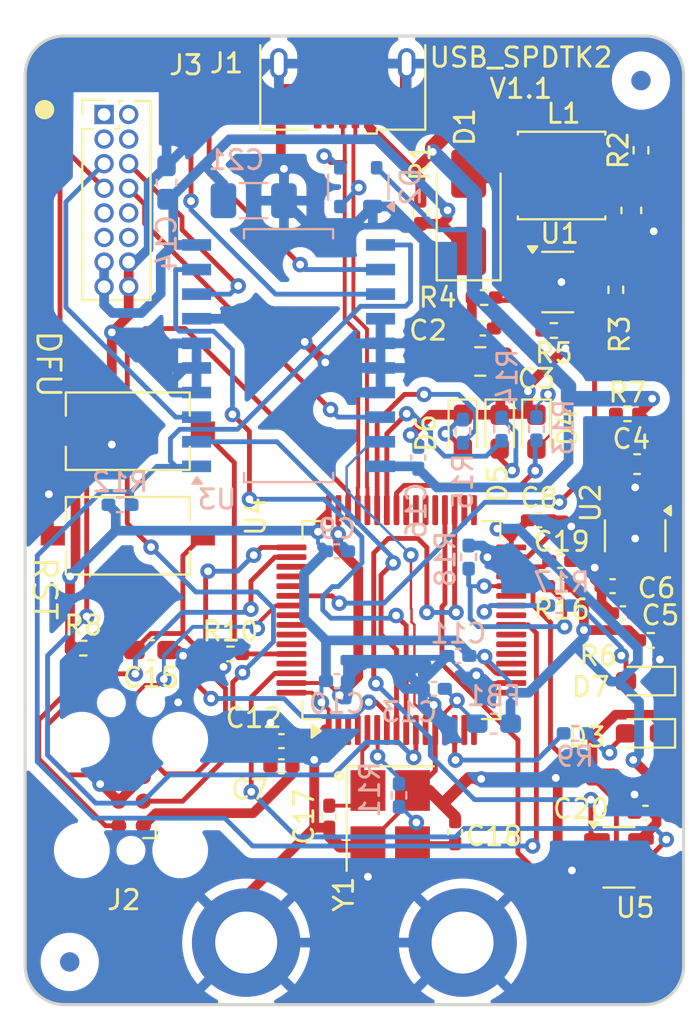
<source format=kicad_pcb>
(kicad_pcb (version 20240108) (generator "pcbnew") (generator_version "8.0")
  (layers (0 "F.Cu" signal) (31 "B.Cu" signal) (34 "B.Paste" user) (35 "F.Paste" user) (36 "B.SilkS" user "B.Silkscreen") (37 "F.SilkS" user "F.Silkscreen") (38 "B.Mask" user) (39 "F.Mask" user) (44 "Edge.Cuts" user))
  (net 0 "")
  (net 1 "Net-(U1-VIN)")
  (net 2 "GND")
  (net 3 "+VSW")
  (net 4 "Net-(U1-FB)")
  (net 5 "VBUS")
  (net 6 "Net-(U2-VOUT)")
  (net 7 "Net-(U2-BP)")
  (net 8 "+3.3V")
  (net 9 "Net-(U4-VDDA)")
  (net 10 "Net-(J2-~{RESET})")
  (net 11 "Net-(U4-PH0)")
  (net 12 "Net-(C18-Pad1)")
  (net 13 "Net-(U4-VCAP1)")
  (net 14 "Net-(D1-A)")
  (net 15 "/Controller/USB+")
  (net 16 "/Controller/USB-")
  (net 17 "Net-(D3-A)")
  (net 18 "Net-(D4-A)")
  (net 19 "Net-(D5-A)")
  (net 20 "Net-(D6-A)")
  (net 21 "Net-(D7-A)")
  (net 23 "/Controller/JTMS")
  (net 25 "/Controller/JTDI")
  (net 26 "/Controller/JTDO")
  (net 27 "/Controller/JTCK")
  (net 28 "S2U")
  (net 29 "S1U")
  (net 30 "S2D_OUT")
  (net 31 "Aux0")
  (net 32 "Aux3")
  (net 33 "Aux2")
  (net 34 "S1D_OUT")
  (net 35 "S2D")
  (net 36 "Aux1")
  (net 37 "S2U_OUT")
  (net 38 "S1U_OUT")
  (net 39 "S1D")
  (net 40 "HVEnable")
  (net 41 "Net-(U2-ON{slash}~{OFF})")
  (net 42 "Net-(U4-PA0)")
  (net 43 "Net-(U4-BOOT0)")
  (net 44 "Net-(U4-PH1)")
  (net 45 "Net-(U4-PA8)")
  (net 46 "Net-(U4-PA9)")
  (net 47 "Net-(U4-PA10)")
  (net 48 "/Controller/BOOT1")
  (net 49 "Net-(U4-PB0)")
  (net 50 "/Controller/~{SPI2NSS}")
  (net 60 "SW_Enable")
  (net 61 "/Controller/SPI2_SCK")
  (net 66 "/Controller/SPI2_MOSI")
  (net 73 "/Controller/SPI2_MISO")
  (footprint "Capacitor_SMD:C_0402_1005Metric_Pad0.74x0.62mm_HandSolder" (layer "F.Cu") (at 129.8 104.8 90)
    (property "Reference" "C18")
    (property "Value" "30pF" (hide yes))
  )
  (footprint "Capacitor_SMD:C_0402_1005Metric_Pad0.74x0.62mm_HandSolder" (layer "F.Cu") (at 134.1325 88.7)
    (property "Reference" "C8")
    (property "Value" "0.1u" (hide yes))
  )
  (footprint "Package_QFP:LQFP-64_10x10mm_P0.5mm" (layer "F.Cu") (at 127.025 93.85 90)
    (property "Reference" "U4")
    (property "Value" "STM32F411RETx" (hide yes))
  )
  (footprint "Capacitor_SMD:C_0402_1005Metric_Pad0.74x0.62mm_HandSolder" (layer "F.Cu") (at 138.4675 93.5)
    (property "Reference" "C5")
    (property "Value" "4.7u" (hide yes))
  )
  (footprint "Inductor_SMD:L_Changjiang_FNR4030S" (layer "F.Cu") (at 135.3 70.9 180)
    (property "Reference" "L1")
    (property "Value" "10u" (hide yes))
  )
  (footprint "Capacitor_SMD:C_0402_1005Metric_Pad0.74x0.62mm_HandSolder" (layer "F.Cu") (at 120.8325 101.4 180)
    (property "Reference" "C7")
    (property "Value" "4.7u" (hide yes))
  )
  (footprint "LED_SMD:LED_0603_1608Metric_Pad1.05x0.95mm_HandSolder" (layer "F.Cu") (at 139.5 99.7 180)
    (property "Reference" "D3")
    (property "Value" "RED" (hide yes))
  )
  (footprint "Resistor_SMD:R_0402_1005Metric_Pad0.72x0.64mm_HandSolder" (layer "F.Cu") (at 138.1 76.7975 90)
    (property "Reference" "R3")
    (property "Value" "10k" (hide yes))
  )
  (footprint "Capacitor_SMD:C_0603_1608Metric_Pad1.08x0.95mm_HandSolder" (layer "F.Cu") (at 114.1 95.4 180)
    (property "Reference" "C15")
    (property "Value" "1u")
  )
  (footprint "Button_Switch_SMD:SW_Tactile_SPST_NO_Straight_CK_PTS636Sx25SMTRLFS" (layer "F.Cu") (at 112.9 84.1 180)
    (property "Reference" "SW2" (hide yes))
    (property "Value" "SW_Push" (hide yes))
  )
  (footprint "Resistor_SMD:R_0402_1005Metric_Pad0.72x0.64mm_HandSolder" (layer "F.Cu") (at 139.4 69.6 90)
    (property "Reference" "R2")
    (property "Value" "0")
  )
  (footprint "Resistor_SMD:R_0402_1005Metric_Pad0.72x0.64mm_HandSolder" (layer "F.Cu") (at 134.9 78.9 180)
    (property "Reference" "R5")
    (property "Value" "13.3k" (hide yes))
  )
  (footprint "Capacitor_SMD:C_0603_1608Metric_Pad1.08x0.95mm_HandSolder" (layer "F.Cu") (at 138.9 72.7 90)
    (property "Reference" "C1" (hide yes))
    (property "Value" "1u" (hide yes))
  )
  (footprint "LED_SMD:LED_0603_1608Metric_Pad1.05x0.95mm_HandSolder" (layer "F.Cu") (at 130.2 84.125 -90)
    (property "Reference" "D6")
    (property "Value" "RED" (hide yes))
  )
  (footprint "Package_TO_SOT_SMD:SOT-23-5" (layer "F.Cu") (at 135.1 76.4)
    (property "Reference" "U1")
    (property "Value" "LM27313XMF" (hide yes))
  )
  (footprint "Capacitor_SMD:C_0402_1005Metric_Pad0.74x0.62mm_HandSolder" (layer "F.Cu") (at 139.6325 103.8)
    (property "Reference" "C20")
    (property "Value" "0.1u" (hide yes))
  )
  (footprint "Resistor_SMD:R_0402_1005Metric_Pad0.72x0.64mm_HandSolder" (layer "F.Cu") (at 128 72.8 -90)
    (property "Reference" "R1")
    (property "Value" "0" (hide yes))
  )
  (footprint "LED_SMD:LED_0603_1608Metric_Pad1.05x0.95mm_HandSolder" (layer "F.Cu") (at 134 84.125 -90)
    (property "Reference" "D4")
    (property "Value" "RED")
  )
  (footprint "Connector_PinHeader_1.27mm:PinHeader_2x08_P1.27mm_Vertical" (layer "F.Cu") (at 111.675 67.75)
    (property "Reference" "J3")
    (property "Value" "Conn_02x08_Odd_Even" (hide yes))
  )
  (footprint "Package_TO_SOT_SMD:SOT-23-5" (layer "F.Cu") (at 139.1 89.5 -90)
    (property "Reference" "U2")
    (property "Value" "LP2985-3.3" (hide yes))
  )
  (footprint "Diode_SMD:D_SMA" (layer "F.Cu") (at 130.5 72.8 90)
    (property "Reference" "D1")
    (property "Value" "SS34" (hide yes))
  )
  (footprint "Resistor_SMD:R_0402_1005Metric_Pad0.72x0.64mm_HandSolder" (layer "F.Cu") (at 118.2 95.6)
    (property "Reference" "R10")
    (property "Value" "10k" (hide yes))
  )
  (footprint "Capacitor_SMD:C_0402_1005Metric_Pad0.74x0.62mm_HandSolder" (layer "F.Cu") (at 120.8325 100.1)
    (property "Reference" "C12")
    (property "Value" "0.1u" (hide yes))
  )
  (footprint "Fiducial:Fiducial_1mm_Mask3mm" (layer "F.Cu") (at 139.4 66)
    (property "Reference" "FID2" (hide yes))
    (property "Value" "Fiducial" (hide yes))
  )
  (footprint "Resistor_SMD:R_0402_1005Metric_Pad0.72x0.64mm_HandSolder" (layer "F.Cu") (at 131.3 77.2 180)
    (property "Reference" "R4")
    (property "Value" "118k" (hide yes))
  )
  (footprint "Resistor_SMD:R_0402_1005Metric_Pad0.72x0.64mm_HandSolder" (layer "F.Cu") (at 135.2025 92.1 180)
    (property "Reference" "R16")
    (property "Value" "10k" (hide yes))
  )
  (footprint "Crystal:Crystal_SMD_3225-4Pin_3.2x2.5mm_HandSoldering" (layer "F.Cu") (at 126.45 104.1 -90)
    (property "Reference" "Y1")
    (property "Value" "16M 20pF 3225" (hide yes))
  )
  (footprint "LED_SMD:LED_0603_1608Metric_Pad1.05x0.95mm_HandSolder" (layer "F.Cu") (at 132.1 84.125 -90)
    (property "Reference" "D5")
    (property "Value" "RED")
  )
  (footprint "MountingHole:MountingHole_3.2mm_M3_DIN965_Pad_TopBottom" (layer "F.Cu") (at 119.012 110.5)
    (property "Reference" "H1" (hide yes))
    (property "Value" "MountingHole_Pad" (hide yes))
  )
  (footprint "Capacitor_SMD:C_0402_1005Metric_Pad0.74x0.62mm_HandSolder" (layer "F.Cu") (at 135.2325 90.8 180)
    (property "Reference" "C19")
    (property "Value" "4.7u" (hide yes))
  )
  (footprint "Connector:Tag-Connect_TC2050-IDC-FP_2x05_P1.27mm_Vertical" (layer "F.Cu") (at 113.065 101.93 90)
    (property "Reference" "J2")
    (property "Value" "TagConnectTC2050" (hide yes))
  )
  (footprint "Capacitor_SMD:C_0402_1005Metric_Pad0.74x0.62mm_HandSolder" (layer "F.Cu") (at 123.3 104 -90)
    (property "Reference" "C17")
    (property "Value" "30pF" (hide yes))
  )
  (footprint "Capacitor_SMD:C_0603_1608Metric_Pad1.08x0.95mm_HandSolder" (layer "F.Cu") (at 139.2 85.8)
    (property "Reference" "C4")
    (property "Value" "1u" (hide yes))
  )
  (footprint "Capacitor_SMD:C_0805_2012Metric_Pad1.18x1.45mm_HandSolder" (layer "F.Cu") (at 131.1 80.5 180)
    (property "Reference" "C3")
    (property "Value" "4.7u" (hide yes))
  )
  (footprint "Package_TO_SOT_SMD:SOT-23-6" (layer "F.Cu") (at 138.2625 106.1)
    (property "Reference" "U5")
    (property "Value" "93LC66AT-IOT" (hide yes))
  )
  (footprint "Resistor_SMD:R_0402_1005Metric_Pad0.72x0.64mm_HandSolder" (layer "F.Cu") (at 110.6 95.3)
    (property "Reference" "R8")
    (property "Value" "10k" (hide yes))
  )
  (footprint "Fiducial:Fiducial_1mm_Mask3mm" (layer "F.Cu") (at 109.9 111.5)
    (property "Reference" "FID1" (hide yes))
    (property "Value" "Fiducial" (hide yes))
  )
  (footprint "Resistor_SMD:R_0402_1005Metric_Pad0.72x0.64mm_HandSolder" (layer "F.Cu") (at 139.9025 94.9 180)
    (property "Reference" "R6")
    (property "Value" "0" (hide yes))
  )
  (footprint "MountingHole:MountingHole_3.2mm_M3_DIN965_Pad_TopBottom" (layer "F.Cu") (at 130.188 110.5)
    (property "Reference" "H2" (hide yes))
    (property "Value" "MountingHole_Pad" (hide yes))
  )
  (footprint "LED_SMD:LED_0603_1608Metric_Pad1.05x0.95mm_HandSolder" (layer "F.Cu") (at 139.5 97 180)
    (property "Reference" "D7")
    (property "Value" "GRN" (hide yes))
  )
  (footprint "Capacitor_SMD:C_0402_1005Metric_Pad0.74x0.62mm_HandSolder" (layer "F.Cu") (at 131.2325 78.8)
    (property "Reference" "C2")
    (property "Value" "220p" (hide yes))
  )
  (footprint "Resistor_SMD:R_0402_1005Metric_Pad0.72x0.64mm_HandSolder" (layer "F.Cu") (at 138.7025 83.2 180)
    (property "Reference" "R7")
    (property "Value" "10k" (hide yes))
  )
  (footprint "Capacitor_SMD:C_0402_1005Metric_Pad0.74x0.62mm_HandSolder" (layer "F.Cu") (at 137.9325 92.1)
    (property "Reference" "C6")
    (property "Value" "0.1u" (hide yes))
  )
  (footprint "Connector_USB:USB_Micro-B_Amphenol_10118193-0001LF_Horizontal" (layer "F.Cu") (at 124 65.125 180)
    (property "Reference" "J1")
    (property "Value" "USB_B_Micro" (hide yes))
  )
  (footprint "Button_Switch_SMD:SW_Tactile_SPST_NO_Straight_CK_PTS636Sx25SMTRLFS" (layer "F.Cu") (at 112.9 89.5 180)
    (property "Reference" "SW1" (hide yes))
    (property "Value" "SW_Push" (hide yes))
  )
  (footprint "Resistor_SMD:R_0402_1005Metric_Pad0.72x0.64mm_HandSolder" (layer "B.Cu") (at 136 99.7)
    (property "Reference" "R9")
    (property "Value" "100" (hide yes))
  )
  (footprint "Capacitor_SMD:C_0402_1005Metric_Pad0.74x0.62mm_HandSolder" (layer "B.Cu") (at 129.9675 95.7 180)
    (property "Reference" "C11")
    (property "Value" "0.1u" (hide yes))
  )
  (footprint "Capacitor_SMD:C_0402_1005Metric_Pad0.74x0.62mm_HandSolder" (layer "B.Cu") (at 123.7 97)
    (property "Reference" "C10")
    (property "Value" "0.1u" (hide yes))
  )
  (footprint "Capacitor_SMD:C_0402_1005Metric_Pad0.74x0.62mm_HandSolder" (layer "B.Cu") (at 123.7 90.3 180)
    (property "Reference" "C9")
    (property "Value" "0.1u" (hide yes))
  )
  (footprint "Capacitor_SMD:C_0603_1608Metric_Pad1.08x0.95mm_HandSolder" (layer "B.Cu") (at 114.9 71.2625 -90)
    (property "Reference" "C14")
    (property "Value" "1u")
  )
  (footprint "Package_TO_SOT_SMD:SOT-143" (layer "B.Cu") (at 124.8 71.5 90)
    (property "Reference" "D2")
    (property "Value" "PRTR5V0U2X" (hide yes))
  )
  (footprint "Capacitor_SMD:C_0402_1005Metric_Pad0.74x0.62mm_HandSolder" (layer "B.Cu") (at 128.7 97.4 180)
    (property "Reference" "C13")
    (property "Value" "0.1u" (hide yes))
  )
  (footprint "Resistor_SMD:R_0402_1005Metric_Pad0.72x0.64mm_HandSolder" (layer "B.Cu") (at 130.5 90.6 90)
    (property "Reference" "R18")
    (property "Value" "100" (hide yes))
  )
  (footprint "Capacitor_SMD:C_0603_1608Metric_Pad1.08x0.95mm_HandSolder" (layer "B.Cu") (at 131.8 99.2 180)
    (property "Reference" "FB1")
    (property "Value" "MMZ1608Y102B" (hide yes))
  )
  (footprint "Capacitor_SMD:C_0402_1005Metric_Pad0.74x0.62mm_HandSolder" (layer "B.Cu") (at 127.9 85.4675 -90)
    (property "Reference" "C16")
    (property "Value" "0.1u")
  )
  (footprint "Fiducial:Fiducial_1mm_Mask3mm" (layer "B.Cu") (at 109.9 111.5 180)
    (property "Reference" "FID3" (hide yes))
    (property "Value" "Fiducial" (hide yes))
  )
  (footprint "Capacitor_SMD:C_1206_3216Metric_Pad1.33x1.80mm_HandSolder" (layer "B.Cu") (at 119.4 72.2)
    (property "Reference" "C21")
    (property "Value" "22uF" (hide yes))
  )
  (footprint "Resistor_SMD:R_0402_1005Metric_Pad0.72x0.64mm_HandSolder" (layer "B.Cu") (at 130.2 84.1 90)
    (property "Reference" "R15")
    (property "Value" "100" (hide yes))
  )
  (footprint "Resistor_SMD:R_0402_1005Metric_Pad0.72x0.64mm_HandSolder" (layer "B.Cu") (at 112.4975 87.9 180)
    (property "Reference" "R12")
    (property "Value" "10k")
  )
  (footprint "Resistor_SMD:R_0402_1005Metric_Pad0.72x0.64mm_HandSolder" (layer "B.Cu") (at 132.2 84 90)
    (property "Reference" "R14")
    (property "Value" "100" (hide yes))
  )
  (footprint "Package_SO:SO-20_12.8x7.5mm_P1.27mm" (layer "B.Cu") (at 121.2 80.2)
    (property "Reference" "U3")
    (property "Value" "L293DD")
  )
  (footprint "Resistor_SMD:R_0402_1005Metric_Pad0.72x0.64mm_HandSolder" (layer "B.Cu") (at 126.9 102.9 90)
    (property "Reference" "R11")
    (property "Value" "100" (hide yes))
  )
  (footprint "Resistor_SMD:R_0402_1005Metric_Pad0.72x0.64mm_HandSolder" (layer "B.Cu") (at 135.2 93.1)
    (property "Reference" "R17")
    (property "Value" "100" (hide yes))
  )
  (footprint "Resistor_SMD:R_0402_1005Metric_Pad0.72x0.64mm_HandSolder" (layer "B.Cu") (at 134 83.975 90)
    (property "Reference" "R13")
    (property "Value" "100" (hide yes))
  )
  (footprint "Fiducial:Fiducial_1mm_Mask3mm" (layer "B.Cu") (at 139.4 66 180)
    (property "Reference" "FID4" (hide yes))
    (property "Value" "Fiducial" (hide yes))
  )
  (gr_circle (center 123.8 101.9) (end 123.8 101.7) (stroke (width 0.12)) (fill none) (layer "F.SilkS"))
  (gr_circle (center 108.6 67.5) (end 109 67.5) (stroke (width 0.2)) (fill solid) (layer "F.SilkS"))
  (gr_line (start 107.6 111.7) (end 107.6 65.7) (stroke (width 0.16)) (layer "Edge.Cuts"))
  (gr_arc (start 109.6 113.7) (mid 108.185786 113.114214) (end 107.6 111.7) (stroke (width 0.16)) (layer "Edge.Cuts"))
  (gr_line (start 139.6 113.7) (end 109.6 113.7) (stroke (width 0.16)) (layer "Edge.Cuts"))
  (gr_arc (start 139.6 63.7) (mid 141.014214 64.285786) (end 141.6 65.7) (stroke (width 0.16)) (layer "Edge.Cuts"))
  (gr_line (start 141.6 65.7) (end 141.6 111.7) (stroke (width 0.16)) (layer "Edge.Cuts"))
  (gr_line (start 109.6 63.7) (end 139.6 63.7) (stroke (width 0.16)) (layer "Edge.Cuts"))
  (gr_arc (start 141.6 111.7) (mid 141.014214 113.114214) (end 139.6 113.7) (stroke (width 0.16)) (layer "Edge.Cuts"))
  (gr_arc (start 107.6 65.7) (mid 108.185786 64.285786) (end 109.6 63.7) (stroke (width 0.16)) (layer "Edge.Cuts"))
  (gr_text "USB_SPDTK2\nV1.1" (at 133.2 67 0) (layer "F.SilkS") (effects (font (size 1 1)) (justify bottom)))
  (gr_text "DFU" (at 108.1 78.8 -90) (layer "F.SilkS") (effects (font (size 1.2 1.2)) (justify left bottom)))
  (gr_text "RST" (at 107.9 90.5 -90) (layer "F.SilkS") (effects (font (size 1.2 1.2)) (justify left bottom)))
  (segment (start 138.9 71.901) (end 136.8 71.901) (width 0.8) (layer "F.Cu") (net 1))
  (segment (start 136.238 75.362) (end 136.7 74.9) (width 0.5) (layer "F.Cu") (net 1))
  (segment (start 138.9 71.8375) (end 139.4 71.3375) (width 0.5) (layer "F.Cu") (net 1))
  (segment (start 136.8 71.901) (end 136.8 73.2017) (width 0.5) (layer "F.Cu") (net 1))
  (segment (start 138.1 76.2) (end 136.9875 76.2) (width 0.5) (layer "F.Cu") (net 1))
  (segment (start 136.8 74.8) (end 136.7 74.9) (width 0.8) (layer "F.Cu") (net 1))
  (segment (start 136.238 75.45) (end 136.238 75.362) (width 0.5) (layer "F.Cu") (net 1))
  (segment (start 136.7 75.9125) (end 136.7 74.9) (width 0.5) (layer "F.Cu") (net 1))
  (segment (start 139.4 71.3375) (end 139.4 70.1975) (width 0.5) (layer "F.Cu") (net 1))
  (segment (start 136.8 73.2017) (end 136.8 74.8) (width 0.8) (layer "F.Cu") (net 1))
  (segment (start 136.8 70.9) (end 136.8 73.2017) (width 0.8) (layer "F.Cu") (net 1))
  (segment (start 136.9875 76.2) (end 136.7 75.9125) (width 0.5) (layer "F.Cu") (net 1))
  (segment (start 117.844 96.2651) (end 117.602 96.0231) (width 0.5) (layer "F.Cu") (net 2))
  (segment (start 132.138 82.5343) (end 132.138 82.5338) (width 0.5) (layer "F.Cu") (net 2))
  (segment (start 127.2 65.125) (end 127.2 67.575) (width 0.5) (layer "F.Cu") (net 2))
  (segment (start 112.945 78.128991) (end 112.945 76.64) (width 0.5) (layer "F.Cu") (net 2))
  (segment (start 135.1 106.043) (end 135.1 102.1) (width 0.5) (layer "F.Cu") (net 2))
  (segment (start 120.8 66.4267) (end 120.8 67.575) (width 0.5) (layer "F.Cu") (net 2))
  (segment (start 135.111 78.1008) (end 135.498 78.4875) (width 0.5) (layer "F.Cu") (net 2))
  (segment (start 132.138 81.1781) (end 132.138 81.0085) (width 0.5) (layer "F.Cu") (net 2))
  (segment (start 129.15 103.35) (end 130.5 102) (width 0.6) (layer "F.Cu") (net 2))
  (segment (start 131.475954 90.6) (end 131.468723 90.607231) (width 0.254) (layer "F.Cu") (net 2))
  (segment (start 133.545592 90.6) (end 134.7 89.445592) (width 0.254) (layer "F.Cu") (net 2))
  (segment (start 108.825 87.355) (end 108.825 89.3) (width 0.5) (layer "F.Cu") (net 2))
  (segment (start 139.1 89.6411) (end 139.1 88.3625) (width 0.5) (layer "F.Cu") (net 2))
  (segment (start 129.15 103.35) (end 128.45 102.65) (width 0.6) (layer "F.Cu") (net 2))
  (segment (start 136.507 106.1) (end 135.832 106.775) (width 0.5) (layer "F.Cu") (net 2))
  (segment (start 123.3 104.568) (end 122.525 104.568) (width 0.5) (layer "F.Cu") (net 2))
  (segment (start 130.5 102) (end 131.2 102) (width 0.6) (layer "F.Cu") (net 2))
  (segment (start 137.97343 101.76343) (end 136.940319 101.76343) (width 0.5) (layer "F.Cu") (net 2))
  (segment (start 121.35 97.1) (end 123.217 97.1) (width 0.2) (layer "F.Cu") (net 2))
  (segment (start 140.375 99.7) (end 140.375 99.1239) (width 0.5) (layer "F.Cu") (net 2))
  (segment (start 139.988 98.7369) (end 140.375 99.1239) (width 0.5) (layer "F.Cu") (net 2))
  (segment (start 140.375 97) (end 140.375 95.8832) (width 0.5) (layer "F.Cu") (net 2))
  (segment (start 140.375 99.1239) (end 140.375 97) (width 0.5) (layer "F.Cu") (net 2))
  (segment (start 117.602 95.9173) (end 117.602 95.9168) (width 0.5) (layer "F.Cu") (net 2))
  (segment (start 113.7 99.39) (end 114.06 99.39) (width 0.2) (layer "F.Cu") (net 2))
  (segment (start 115.484376 95.4243) (end 114.9625 95.4243) (width 0.5) (layer "F.Cu") (net 2))
  (segment (start 132.138 81.5166) (end 132.138 81.1781) (width 0.5) (layer "F.Cu") (net 2))
  (segment (start 127.2 65.125) (end 125.2 65.125) (width 0.5) (layer "F.Cu") (net 2))
  (segment (start 138.082 98.7369) (end 139.988 98.7369) (width 0.5) (layer "F.Cu") (net 2))
  (segment (start 135.832 106.775) (end 135.1 106.043) (width 0.5) (layer "F.Cu") (net 2))
  (segment (start 132.7 97.1) (end 131.3 97.1) (width 0.2) (layer "F.Cu") (net 2))
  (segment (start 127.5 84.3) (end 128.55 83.25) (width 0.5) (layer "F.Cu") (net 2))
  (segment (start 131.3 97.1) (end 130.9 96.7) (width 0.2) (layer "F.Cu") (net 2))
  (segment (start 123.217 97.1) (end 123.843 97.726) (width 0.2) (layer "F.Cu") (net 2))
  (segment (start 133.78 83.2125) (end 133.563 82.9954) (width 0.5) (layer "F.Cu") (net 2))
  (segment (start 112.074 84.7875) (end 112.074 79.000027) (width 0.5) (layer "F.Cu") (net 2))
  (segment (start 135.4841 88.7) (end 135.8 89.0159) (width 0.5) (layer "F.Cu") (net 2))
  (segment (start 139.065 103.8) (end 139.065 102.855) (width 0.5) (layer "F.Cu") (net 2))
  (segment (start 121.498 66.4267) (end 122.8 65.125) (width 0.5) (layer "F.Cu") (net 2))
  (segment (start 135.498 78.8098) (end 135.498 78.8549) (width 0.5) (layer "F.Cu") (net 2))
  (segment (start 137.9 93.5) (end 137.365 92.965) (width 0.5) (layer "F.Cu") (net 2))
  (segment (start 135.291 76.4) (end 135.076 76.4) (width 0.5) (layer "F.Cu") (net 2))
  (segment (start 117.602 95.7057) (end 117.602 95.6792) (width 0.5) (layer "F.Cu") (net 2))
  (segment (start 114.06 99.39) (end 115.35 98.1) (width 0.2) (layer "F.Cu") (net 2))
  (segment (start 135.8 89.0159) (end 135.8 90.8) (width 0.5) (layer "F.Cu") (net 2))
  (segment (start 112.073982 79.000009) (end 112.945 78.128991) (width 0.5) (layer "F.Cu") (net 2))
  (segment (start 122.525 104.568) (end 122.525 101.063) (width 0.5) (layer "F.Cu") (net 2))
  (segment (start 139.1 86.5625) (end 139.1 87) (width 0.5) (layer "F.Cu") (net 2))
  (segment (start 135.076 76.4) (end 135.111 76.435) (width 0.5) (layer "F.Cu") (net 2))
  (segment (start 129.8 104.232) (end 129.8 104) (width 0.6) (layer "F.Cu") (net 2))
  (segment (start 128.697285 98.229721) (end 128.775 98.307436) (width 0.2) (layer "F.Cu") (net 2))
  (segment (start 132.7 90.6) (end 133.545592 90.6) (width 0.254) (layer "F.Cu") (net 2))
  (segment (start 120.75 66.4267) (end 120.8 66.4267) (width 0.5) (layer "F.Cu") (net 2))
  (segment (start 125.3 105.4) (end 127.6 103.1) (width 0.2) (layer "F.Cu") (net 2))
  (segment (start 123.775 88.175) (end 123.775 89.398) (width 0.2) (layer "F.Cu") (net 2))
  (segment (start 120.8 70.390846) (end 120.963027 70.553873) (width 0.5) (layer "F.Cu") (net 2))
  (segment (start 123.763 89.4096) (end 123.763 90.163) (width 0.5) (layer "F.Cu") (net 2))
  (segment (start 137.125 106.1) (end 136.507 106.1) (width 0.5) (layer "F.Cu") (net 2))
  (segment (start 120.7 66.3767) (end 120.75 66.4267) (width 0.5) (layer "F.Cu") (net 2))
  (segment (start 135.1 102.1) (end 135 102) (width 0.5) (layer "F.Cu") (net 2))
  (segment (start 127.75 102.65) (end 128.775 101.625) (width 0.254) (layer "F.Cu") (net 2))
  (segment (start 117.602 95.6792) (end 117.602 95.6787) (width 0.5) (layer "F.Cu") (net 2))
  (segment (start 134.7 88.7) (end 135.4841 88.7) (width 0.5) (layer "F.Cu") (net 2))
  (segment (start 137.009 91.7438) (end 137.365 92.1) (width 0.5) (layer "F.Cu") (net 2))
  (segment (start 117.602 95.7586) (end 117.602 95.7581) (width 0.5) (layer "F.Cu") (net 2))
  (segment (start 135.076 76.4) (end 133.9625 76.4) (width 0.5) (layer "F.Cu") (net 2))
  (segment (start 136.940319 101.76343) (end 136.890803 101.713914) (width 0.5) (layer "F.Cu") (net 2))
  (segment (start 112.945 76.64) (end 112.945 75.37) (width 0.5) (layer "F.Cu") (net 2))
  (segment (start 117.602 95.7581) (end 117.602 95.7057) (width 0.5) (layer "F.Cu") (net 2))
  (segment (start 135.498 79.2467) (end 135.498 79.1311) (width 0.5) (layer "F.Cu") (net 2))
  (segment (start 123.763 90.163) (end 124.8 91.2) (width 0.5) (layer "F.Cu") (net 2))
  (segment (start 128.45 102.65) (end 127.75 102.65) (width 0.6) (layer "F.Cu") (net 2))
  (segment (start 112.074 79.000027) (end 112.073982 79.000009) (width 0.5) (layer "F.Cu") (net 2))
  (segment (start 140.056 73.7799) (end 139.117 73.7799) (width 0.5) (layer "F.Cu") (net 2))
  (segment (start 125.3 105.55) (end 125.3 107.1) (width 0.6) (layer "F.Cu") (net 2))
  (segment (start 135.498 78.9) (end 135.498 79.015) (width 0.5) (layer "F.Cu") (net 2))
  (segment (start 119.012 108.081) (end 122.525 104.568) (width 0.5) (layer "F.Cu") (net 2))
  (segment (start 135.498 79.8246) (end 133.563 81.7596) (width 0.5) (layer "F.Cu") (net 2))
  (segment (start 120.8 67.575) (end 120.8 70.390846) (width 0.5) (layer "F.Cu") (net 2))
  (segment (start 125.3 105.55) (end 123.85 105.55) (width 0.6) (layer "F.Cu") (net 2))
  (segment (start 135.498 78.8093) (end 135.498 78.8098) (width 0.5) (layer "F.Cu") (net 2))
  (segment (start 132.138 83.2125) (end 132.138 82.5343) (width 0.5) (layer "F.Cu") (net 2))
  (segment (start 134.7 89.445592) (end 134.7 88.7) (width 0.4) (layer "F.Cu") (net 2))
  (segment (start 132.138 82.5338) (end 132.138 81.5171) (width 0.5) (layer "F.Cu") (net 2))
  (segment (start 123.85 105.55) (end 123.3 105) (width 0.6) (layer "F.Cu") (net 2))
  (segment (start 133.563 82.9954) (end 133.563 82.0326) (width 0.5) (layer "F.Cu") (net 2))
  (segment (start 123.096 80.5508) (end 122.038 79.4921) (width 0.5) (layer "F.Cu") (net 2))
  (segment (start 117.602 95.9168) (end 117.602 95.8115) (width 0.5) (layer "F.Cu") (net 2))
  (segment (start 128.775 101.625) (end 128.775 99.525) (width 0.254) (layer "F.Cu") (net 2))
  (segment (start 132.138 83.2125) (end 133.78 83.2125) (width 0.5) (layer "F.Cu") (net 2))
  (segment (start 120.265 100.1) (end 120.265 99.1518) (width 0.5) (layer "F.Cu") (net 2))
  (segment (start 128.775 98.307436) (end 128.775 99.525) (width 0.2) (layer "F.Cu") (net 2))
  (segment (start 123.775 89.398) (end 123.763 89.4096) (width 0.2) (layer "F.Cu") (net 2))
  (segment (start 136.890803 99.928097) (end 138.082 98.7369) (width 0.5) (layer "F.Cu") (net 2))
  (segment (start 135.498 79.5934) (end 135.498 79.5929) (width 0.5) (layer "F.Cu") (net 2))
  (segment (start 122.699 65.2256) (end 122.699 66.7301) (width 0.5) (layer "F.Cu") (net 2))
  (segment (start 139.1 87) (end 139.1 88.3625) (width 0.5) (layer "F.Cu") (net 2))
  (segment (start 120.7 65.125) (end 120.7 66.3767) (width 0.5) (layer "F.Cu") (net 2))
  (segment (start 131.15 102.05) (end 131.1 102.1) (width 0.6) (layer "F.Cu") (net 2))
  (segment (start 117.602 95.6787) (end 117.602 95.6528) (width 0.5) (layer "F.Cu") (net 2))
  (segment (start 137.009 91.1432) (end 137.009 91.7438) (width 0.5) (layer "F.Cu") (net 2))
  (segment (start 120.265 101.4) (end 120.265 100.1) (width 0.2) (layer "F.Cu") (net 2))
  (segment (start 132.7 90.6) (end 131.475954 90.6) (width 0.254) (layer "F.Cu") (net 2))
  (segment (start 115.752 95.691924) (end 115.484376 95.4243) (width 0.5) (layer "F.Cu") (net 2))
  (segment (start 124.8 91.2) (end 124.8 96.769) (width 0.5) (layer "F.Cu") (net 2))
  (segment (start 117.602 95.8115) (end 117.602 95.7586) (width 0.5) (layer "F.Cu") (net 2))
  (segment (start 139.065 102.855) (end 137.97343 101.76343) (width 0.5) (layer "F.Cu") (net 2))
  (segment (start 132.138 81.008) (end 132.138 80.839) (width 0.5) (layer "F.Cu") (net 2))
  (segment (start 137.365 92.965) (end 137.365 92.1) (width 0.5) (layer "F.Cu") (net 2))
  (segment (start 135.498 79.8246) (end 135.498 79.5934) (width 0.5) (layer "F.Cu") (net 2))
  (segment (start 131.1 102.1) (end 131 102.1) (width 0.6) (layer "F.Cu") (net 2))
  (segment (start 136.890803 101.713914) (end 136.890803 99.928097) (width 0.5) (layer "F.Cu") (net 2))
  (segment (start 135.111 76.435) (end 135.111 78.1008) (width 0.5) (layer "F.Cu") (net 2))
  (segment (start 120.8 66.4267) (end 121.498 66.4267) (width 0.5) (layer "F.Cu") (net 2))
  (segment (start 117.602 96.0231) (end 117.602 95.9173) (width 0.5) (layer "F.Cu") (net 2))
  (segment (start 132.138 81.0085) (end 132.138 81.008) (width 0.5) (layer "F.Cu") (net 2))
  (segment (start 115.35 98.1) (end 115.5 98.1) (width 0.2) (layer "F.Cu") (net 2))
  (segment (start 135.498 79.015) (end 135.498 79.0155) (width 0.5) (layer "F.Cu") (net 2))
  (segment (start 135.498 79.3623) (end 135.498 79.2467) (width 0.5) (layer "F.Cu") (net 2))
  (segment (start 132.138 81.5171) (end 132.138 81.5166) (width 0.5) (layer "F.Cu") (net 2))
  (segment (start 122.75 65.1753) (end 125.15 65.1753) (width 0.5) (layer "F.Cu") (net 2))
  (segment (start 122.699 66.7301) (end 122.699 67.7994) (width 0.4006) (layer "F.Cu") (net 2))
  (segment (start 135.498 78.4875) (end 135.498 78.8093) (width 0.5) (layer "F.Cu") (net 2))
  (segment (start 124.8 96.769) (end 123.843 97.726) (width 0.5) (layer "F.Cu") (net 2))
  (segment (start 123.3 105) (end 123.3 104.5675) (width 0.6) (layer "F.Cu") (net 2))
  (segment (start 135.498 79.5929) (end 135.498 79.3623) (width 0.5) (layer "F.Cu") (net 2))
  (segment (start 129.8 104) (end 129.15 103.35) (width 0.6) (layer "F.Cu") (net 2))
  (segment (start 133.563 81.7596) (end 133.563 82.0326) (width 0.5) (layer "F.Cu") (net 2))
  (segment (start 132.1 83.25) (end 130.2 83.25) (width 0.5) (layer "F.Cu") (net 2))
  (segment (start 128.55 83.25) (end 130.2 83.25) (width 0.5) (layer "F.Cu") (net 2))
  (segment (start 138.338 85.8) (end 139.1 86.5625) (width 0.5) (layer "F.Cu") (net 2))
  (segment (start 111.548 102.318) (end 111.47 102.318) (width 0.5) (layer "F.Cu") (net 2))
  (segment (start 122.699 67.7994) (end 122.7 67.8) (width 0.4006) (layer "F.Cu") (net 2))
  (segment (start 135.498 79.0155) (end 135.498 79.1311) (width 0.5) (layer "F.Cu") (net 2))
  (segment (start 113.7 101.93) (end 112.43 103.2) (width 0.5) (layer "F.Cu") (net 2))
  (segment (start 131.2 102) (end 131.15 102.05) (width 0.6) (layer "F.Cu") (net 2))
  (segment (start 112.43 103.2) (end 111.548 102.318) (width 0.5) (layer "F.Cu") (net 2))
  (via (at 128.697285 98.229721) (size 0.8) (drill 0.4) (layers "F.Cu" "B.Cu") (net 2))
  (via (at 122.038 79.4921) (size 0.8) (drill 0.4) (layers "F.Cu" "B.Cu") (net 2))
  (via (at 139.1 87) (size 0.8) (drill 0.4) (layers "F.Cu" "B.Cu") (net 2))
  (via (at 108.825 87.355) (size 0.8) (drill 0.4) (layers "F.Cu" "B.Cu") (net 2))
  (via (at 130.9 96.7) (size 0.8) (drill 0.4) (layers "F.Cu" "B.Cu") (net 2))
  (via (at 127.5 84.3) (size 0.8) (drill 0.4) (layers "F.Cu" "B.Cu") (net 2))
  (via (at 120.963027 70.553873) (size 0.8) (drill 0.4) (layers "F.Cu" "B.Cu") (net 2))
  (via (at 139.1 89.6411) (size 0.8) (drill 0.4) (layers "F.Cu" "B.Cu") (net 2))
  (via (at 135 102) (size 0.8) (drill 0.4) (layers "F.Cu" "B.Cu") (net 2))
  (via (at 123.096 80.5508) (size 0.8) (drill 0.4) (layers "F.Cu" "B.Cu") (net 2))
  (via (at 140.056 73.7799) (size 0.8) (drill 0.4) (layers "F.Cu" "B.Cu") (net 2))
  (via (at 112.074 84.7875) (size 0.8) (drill 0.4) (layers "F.Cu" "B.Cu") (net 2))
  (via (at 133.563 82.0326) (size 0.8) (drill 0.4) (layers "F.Cu" "B.Cu") (net 2))
  (via (at 131.468723 90.607231) (size 0.8) (drill 0.4) (layers "F.Cu" "B.Cu") (net 2))
  (via (at 131.15 102.05) (size 0.8) (drill 0.4) (layers "F.Cu" "B.Cu") (net 2))
  (via (at 135.498 79.8246) (size 0.8) (drill 0.4) (layers "F.Cu" "B.Cu") (net 2))
  (via (at 139.065 102.855) (size 0.8) (drill 0.4) (layers "F.Cu" "B.Cu") (net 2))
  (via (at 125.3 107.1) (size 0.8) (drill 0.4) (layers "F.Cu" "B.Cu") (net 2))
  (via (at 111.47 102.318) (size 0.8) (drill 0.4) (layers "F.Cu" "B.Cu") (net 2))
  (via (at 115.5 98.1) (size 0.8) (drill 0.4) (layers "F.Cu" "B.Cu") (net 2))
  (via (at 120.265 99.1518) (size 0.8) (drill 0.4) (layers "F.Cu" "B.Cu") (net 2))
  (via (at 135.832 106.775) (size 0.8) (drill 0.4) (layers "F.Cu" "B.Cu") (net 2))
  (via (at 117.844 96.2651) (size 0.8) (drill 0.4) (layers "F.Cu" "B.Cu") (net 2))
  (via (at 123.843 97.726) (size 0.8) (drill 0.4) (layers "F.Cu" "B.Cu") (net 2))
  (via (at 115.752 95.691924) (size 0.8) (drill 0.4) (layers "F.Cu" "B.Cu") (net 2))
  (via (at 112.073982 79.000009) (size 0.8) (drill 0.4) (layers "F.Cu" "B.Cu") (net 2))
  (via (at 135.291 76.4) (size 0.8) (drill 0.4) (layers "F.Cu" "B.Cu") (net 2))
  (via (at 140.375 95.8832) (size 0.8) (drill 0.4) (layers "F.Cu" "B.Cu") (net 2))
  (via (at 123.763 89.4096) (size 0.8) (drill 0.4) (layers "F.Cu" "B.Cu") (net 2))
  (via (at 122.525 101.063) (size 0.8) (drill 0.4) (layers "F.Cu" "B.Cu") (net 2))
  (via (at 137.009 91.1432) (size 0.8) (drill 0.4) (layers "F.Cu" "B.Cu") (net 2))
  (via (at 135.8 89.0159) (size 0.8) (drill 0.4) (layers "F.Cu" "B.Cu") (net 2))
  (segment (start 115.5 98.1) (end 115.752 97.848) (width 0.4) (layer "B.Cu") (net 2))
  (segment (start 128.2 74.3) (end 128.2 78.517) (width 0.5) (layer "B.Cu") (net 2))
  (segment (start 124.748 80.835) (end 124.748 79.565) (width 0.5) (layer "B.Cu") (net 2))
  (segment (start 128.697285 97.965485) (end 128.132 97.4002) (width 0.2) (layer "B.Cu") (net 2))
  (segment (start 133.913 106.775) (end 130.188 110.5) (width 0.5) (layer "B.Cu") (net 2))
  (segment (start 120.9625 70.5544) (end 120.963027 70.553873) (width 0.5) (layer "B.Cu") (net 2))
  (segment (start 124.268 96.801) (end 124.268 97) (width 0.5) (layer "B.Cu") (net 2))
  (segment (start 120.841 78.295) (end 122.038 79.4921) (width 0.5) (layer "B.Cu") (net 2))
  (segment (start 130.9 96.7) (end 130.4 96.7) (width 0.2) (layer "B.Cu") (net 2))
  (segment (start 131.0025 90.0025) (end 130.5 90.0025) (width 0.254) (layer "B.Cu") (net 2))
  (segment (start 115.752 95.691924) (end 117.270824 95.691924) (width 0.5) (layer "B.Cu") (net 2))
  (segment (start 115.248 80.3007) (end 113.374673 80.3007) (width 0.5) (layer "B.Cu") (net 2))
  (segment (start 124.748 80.835) (end 123.381 80.835) (width 0.5) (layer "B.Cu") (net 2))
  (segment (start 137.911 73.7799) (end 135.291 76.4) (width 0.5) (layer "B.Cu") (net 2))
  (segment (start 125.55 72.5) (end 126.4 72.5) (width 0.5) (layer "B.Cu") (net 2))
  (segment (start 115.849 80.835) (end 115.248 80.835) (width 0.5) (layer "B.Cu") (net 2))
  (segment (start 113.374673 80.3007) (end 112.073982 79.000009) (width 0.5) (layer "B.Cu") (net 2))
  (segment (start 124.7011 73.3489) (end 122.1114 73.3489) (width 0.5) (layer "B.Cu") (net 2))
  (segment (start 122.176 101.063) (end 122.525 101.063) (width 0.5) (layer "B.Cu") (net 2))
  (segment (start 111.392 84.7875) (end 112.074 84.7875) (width 0.5) (layer "B.Cu") (net 2))
  (segment (start 138.511 89.6411) (end 137.468 90.684) (width 0.5) (layer "B.Cu") (net 2))
  (segment (start 123.843 97.4247) (end 124.268 97) (width 0.2) (layer "B.Cu") (net 2))
  (segment (start 120.7 65.125) (end 120.175 65.125) (width 0.5) (layer "B.Cu") (net 2))
  (segment (start 116.45 82.105) (end 115.248 82.105) (width 0.5) (layer "B.Cu") (net 2))
  (segment (start 137.468 90.684) (end 137.009 91.1432) (width 0.5) (layer "B.Cu") (net 2))
  (segment (start 130.4 96.7) (end 129.4 95.7) (width 0.2) (layer "B.Cu") (net 2))
  (segment (start 133.563 82.0326) (end 131.095 79.565) (width 0.5) (layer "B.Cu") (net 2))
  (segment (start 116.45 78.295) (end 120.841 78.295) (width 0.5) (layer "B.Cu") (net 2))
  (segment (start 113.975 71.325) (end 114.9 70.4) (width 0.5) (layer "B.Cu") (net 2))
  (segment (start 115.248 79.565) (end 115.248 80.3007) (width 0.5) (layer "B.Cu") (net 2))
  (segment (start 128.024 97.292) (end 127.916 97.184) (width 0.5) (layer "B.Cu") (net 2))
  (segment (start 120.963027 72.200527) (end 120.963027 70.553873) (width 0.5) (layer "B.Cu") (net 2))
  (segment (start 125.95 79.565) (end 125.349 79.565) (width 0.5) (layer "B.Cu") (net 2))
  (segment (start 128.132 97.4) (end 128.024 97.292) (width 0.5) (layer "B.Cu") (net 2))
  (segment (start 124.016 90.0479) (end 124.268 90.2994) (width 0.5) (layer "B.Cu") (net 2))
  (segment (start 138.21 102) (end 139.065 102.855) (width 0.5) (layer "B.Cu") (net 2))
  (segment (start 113.28 75.37) (end 113.975 74.675) (width 0.5) (layer "B.Cu") (net 2))
  (segment (start 124.977 96.0921) (end 124.268 96.801) (width 0.5) (layer "B.Cu") (net 2))
  (segment (start 128.697285 98.229721) (end 128.697285 97.965485) (width 0.2) (layer "B.Cu") (net 2))
  (segment (start 116.45 80.835) (end 115.849 80.835) (width 0.5) (layer "B.Cu") (net 2))
  (segment (start 131.468723 90.607231) (end 131.468723 90.468723) (width 0.254) (layer "B.Cu") (net 2))
  (segment (start 126.4 72.5) (end 128.2 74.3) (width 0.5) (layer "B.Cu") (net 2))
  (segment (start 125.55 72.5) (end 124.7011 73.3489) (width 0.5) (layer "B.Cu") (net 2))
  (segment (start 115.402 98.1) (end 115.5 98.1) (width 0.127) (layer "B.Cu") (net 2))
  (segment (start 140.056 73.7799) (end 137.911 73.7799) (width 0.5) (layer "B.Cu") (net 2))
  (segment (start 125.95 79.565) (end 127.152 79.565) (width 0.5) (layer "B.Cu") (net 2))
  (segment (start 126.824 96.0921) (end 124.977 96.0921) (width 0.5) (layer "B.Cu") (net 2))
  (segment (start 124.016 90.0479) (end 124.268 90.2999) (width 0.2) (layer "B.Cu") (net 2))
  (segment (start 130.188 110.5) (end 119.012 110.5) (width 0.5) (layer "B.Cu") (net 2))
  (segment (start 108.825 87.355) (end 111.392 84.7875) (width 0.5) (layer "B.Cu") (net 2))
  (segment (start 127.916 97.184) (end 129.4 95.7) (width 0.5) (layer "B.Cu") (net 2))
  (segment (start 122.1114 73.3489) (end 120.963027 72.200527) (width 0.5) (layer "B.Cu") (net 2))
  (segment (start 131.468723 90.468723) (end 131.0025 90.0025) (width 0.254) (layer "B.Cu") (net 2))
  (segment (start 115.248 80.835) (end 115.248 80.3007) (width 0.5) (layer "B.Cu") (net 2))
  (segment (start 112.945 75.37) (end 113.28 75.37) (width 0.5) (layer "B.Cu") (net 2))
  (segment (start 125.95 79.565) (end 125.95 78.295) (width 0.5) (layer "B.Cu") (net 2))
  (segment (start 123.763 89.7958) (end 124.016 90.0479) (width 0.2) (layer "B.Cu") (net 2))
  (segment (start 120.265 99.1518) (end 122.176 101.063) (width 0.5) (layer "B.Cu") (net 2))
  (segment (start 115.248 81.4359) (end 115.849 80.835) (width 0.5) (layer "B.Cu") (net 2))
  (segment (start 113.975 74.675) (end 113.975 71.325) (width 0.5) (layer "B.Cu") (net 2))
  (segment (start 120.175 65.125) (end 114.9 70.4) (width 0.5) (layer "B.Cu") (net 2))
  (segment (start 123.843 97.726) (end 123.843 97.4247) (width 0.2) (layer "B.Cu") (net 2))
  (segment (start 135.832 106.775) (end 133.913 106.775) (width 0.5) (layer "B.Cu") (net 2))
  (segment (start 111.47 102.318) (end 111.47 102.032) (width 0.127) (layer "B.Cu") (net 2))
  (segment (start 139.1 89.6411) (end 138.511 89.6411) (width 0.5) (layer "B.Cu") (net 2))
  (segment (start 111.47 102.032) (end 115.402 98.1) (width 0.127) (layer "B.Cu") (net 2))
  (segment (start 127.916 97.184) (end 126.824 96.0921) (width 0.5) (layer "B.Cu") (net 2))
  (segment (start 135 102) (end 138.21 102) (width 0.5) (layer "B.Cu") (net 2))
  (segment (start 123.381 80.835) (end 123.096 80.5508) (width 0.5) (layer "B.Cu") (net 2))
  (segment (start 128.2 78.517) (end 127.152 79.565) (width 0.5) (layer "B.Cu") (net 2))
  (segment (start 127.9 84.9) (end 127.9 84.7) (width 0.5) (layer "B.Cu") (net 2))
  (segment (start 115.248 82.105) (end 115.248 81.4359) (width 0.5) (layer "B.Cu") (net 2))
  (segment (start 124.748 79.565) (end 125.349 79.565) (width 0.5) (layer "B.Cu") (net 2))
  (segment (start 125.95 80.835) (end 124.748 80.835) (width 0.5) (layer "B.Cu") (net 2))
  (segment (start 127.9 84.7) (end 127.5 84.3) (width 0.5) (layer "B.Cu") (net 2))
  (segment (start 124.748 82.105) (end 124.748 80.835) (width 0.5) (layer "B.Cu") (net 2))
  (segment (start 123.763 89.4096) (end 123.763 89.7958) (width 0.2) (layer "B.Cu") (net 2))
  (segment (start 131.095 79.565) (end 127.152 79.565) (width 0.5) (layer "B.Cu") (net 2))
  (segment (start 120.9625 72.2) (end 120.9625 70.5544) (width 0.5) (layer "B.Cu") (net 2))
  (segment (start 116.45 79.565) (end 115.248 79.565) (width 0.5) (layer "B.Cu") (net 2))
  (segment (start 117.270824 95.691924) (end 117.844 96.2651) (width 0.5) (layer "B.Cu") (net 2))
  (segment (start 115.752 97.848) (end 115.752 95.691924) (width 0.4) (layer "B.Cu") (net 2))
  (segment (start 125.95 82.105) (end 124.748 82.105) (width 0.5) (layer "B.Cu") (net 2))
  (segment (start 135.8 89.0159) (end 137.468 90.684) (width 0.5) (layer "B.Cu") (net 2))
  (segment (start 130.665 78.8) (end 130.062 79.4025) (width 0.5) (layer "F.Cu") (net 3))
  (segment (start 129.098 73.3975) (end 130.5 74.8) (width 0.5) (layer "F.Cu") (net 3))
  (segment (start 129.414 73.0807) (end 129.098 73.3975) (width 0.5) (layer "F.Cu") (net 3))
  (segment (start 130.062 79.9512) (end 130.062 80.0884) (width 0.5) (layer "F.Cu") (net 3))
  (segment (start 130.665 74.965) (end 130.665 77.2) (width 0.5) (layer "F.Cu") (net 3))
  (segment (start 130.665 77.2) (end 130.665 78.8) (width 0.5) (layer "F.Cu") (net 3))
  (segment (start 129.414 72.6959) (end 129.414 73.0807) (width 0.5) (layer "F.Cu") (net 3))
  (segment (start 130.062 79.4025) (end 130.062 79.6768) (width 0.5) (layer "F.Cu") (net 3))
  (segment (start 128 73.3975) (end 129.098 73.3975) (width 0.5) (layer "F.Cu") (net 3))
  (segment (start 130.062 79.6773) (end 130.062 79.9512) (width 0.5) (layer "F.Cu") (net 3))
  (segment (start 130.062 79.6768) (end 130.062 79.6773) (width 0.5) (layer "F.Cu") (net 3))
  (via (at 129.414 72.6959) (size 0.8) (drill 0.4) (layers "F.Cu" "B.Cu") (net 3))
  (segment (start 115.248 71.931) (end 115.248 72.125) (width 0.5) (layer "B.Cu") (net 3))
  (segment (start 114.6 75.135) (end 114.6 77) (width 0.5) (layer "B.Cu") (net 3))
  (segment (start 129.414 72.6959) (end 125.749 69.0308) (width 0.5) (layer "B.Cu") (net 3))
  (segment (start 115.248 72.125) (end 114.9 72.125) (width 0.5) (layer "B.Cu") (net 3))
  (segment (start 117.8375 72.2) (end 117.8375 71.3375) (width 0.5) (layer "B.Cu") (net 3))
  (segment (start 115.25 74.485) (end 115.248 74.485) (width 0.5) (layer "B.Cu") (net 3))
  (segment (start 118.148 69.0308) (end 116.839445 70.339445) (width 0.5) (layer "B.Cu") (net 3))
  (segment (start 117.8375 71.3375) (end 116.839445 70.339445) (width 0.5) (layer "B.Cu") (net 3))
  (segment (start 116.45 74.485) (end 115.25 74.485) (width 0.5) (layer "B.Cu") (net 3))
  (segment (start 116.839445 70.339445) (end 115.248 71.931) (width 0.5) (layer "B.Cu") (net 3))
  (segment (start 114.6 77) (end 113.6 78) (width 0.5) (layer "B.Cu") (net 3))
  (segment (start 111.675 76.64) (end 111.675 75.37) (width 0.5) (layer "B.Cu") (net 3))
  (segment (start 115.25 74.485) (end 114.6 75.135) (width 0.5) (layer "B.Cu") (net 3))
  (segment (start 111.675 77.575) (end 111.675 76.64) (width 0.5) (layer "B.Cu") (net 3))
  (segment (start 115.248 74.485) (end 115.248 72.125) (width 0.5) (layer "B.Cu") (net 3))
  (segment (start 113.6 78) (end 112.1 78) (width 0.5) (layer "B.Cu") (net 3))
  (segment (start 125.749 69.0308) (end 118.148 69.0308) (width 0.5) (layer "B.Cu") (net 3))
  (segment (start 112.1 78) (end 111.675 77.575) (width 0.5) (layer "B.Cu") (net 3))
  (segment (start 134.302 78.2955) (end 134.302 78.5977) (width 0.127) (layer "F.Cu") (net 4))
  (segment (start 134.302 78.295) (end 134.302 77.69) (width 0.25) (layer "F.Cu") (net 4))
  (segment (start 134.302 78.295) (end 134.302 78.2955) (width 0.127) (layer "F.Cu") (net 4))
  (segment (start 133.962 77.35) (end 132.048 77.35) (width 0.25) (layer "F.Cu") (net 4))
  (segment (start 131.8 77.2975) (end 131.8 78.8) (width 0.25) (layer "F.Cu") (net 4))
  (segment (start 134.302 78.5977) (end 134.302 78.5982) (width 0.127) (layer "F.Cu") (net 4))
  (segment (start 134.302 78.2955) (end 134.302 78.295) (width 0.25) (layer "F.Cu") (net 4))
  (segment (start 134.302 78.5982) (end 134.302 78.5977) (width 0.25) (layer "F.Cu") (net 4))
  (segment (start 134.302 77.69) (end 134.132 77.5201) (width 0.25) (layer "F.Cu") (net 4))
  (segment (start 134.302 78.7491) (end 134.302 78.5982) (width 0.25) (layer "F.Cu") (net 4))
  (segment (start 134.302 78.5982) (end 134.302 78.7491) (width 0.127) (layer "F.Cu") (net 4))
  (segment (start 134.302 78.5977) (end 134.302 78.2955) (width 0.25) (layer "F.Cu") (net 4))
  (segment (start 125.427 68.4787) (end 125.3 68.3513) (width 0.4006) (layer "F.Cu") (net 5))
  (segment (start 139.98 82.5204) (end 139.3 83.2) (width 0.5) (layer "F.Cu") (net 5))
  (segment (start 130.6 67.5) (end 137.8975 67.5) (width 0.8) (layer "F.Cu") (net 5))
  (segment (start 140.056 83.9563) (end 139.3 83.2) (width 0.5) (layer "F.Cu") (net 5))
  (segment (start 125.3 68.3513) (end 125.3 67.8) (width 0.4006) (layer "F.Cu") (net 5))
  (segment (start 140.056 85.8) (end 140.056 83.9563) (width 0.5) (layer "F.Cu") (net 5))
  (segment (start 139.98 82.423) (end 139.98 82.5204) (width 0.5) (layer "F.Cu") (net 5))
  (segment (start 128.643 69.457) (end 130.6 67.5) (width 0.8) (layer "F.Cu") (net 5))
  (segment (start 128.643 69.6811) (end 127.636 70.6875) (width 0.5) (layer "F.Cu") (net 5))
  (segment (start 140.05 88.3625) (end 140.05 85.8063) (width 0.5) (layer "F.Cu") (net 5))
  (segment (start 125.427 68.4787) (end 127.636 70.6875) (width 0.5) (layer "F.Cu") (net 5))
  (segment (start 128.643 69.6811) (end 128.643 69.457) (width 0.8) (layer "F.Cu") (net 5))
  (segment (start 128 71.0513) (end 128 72.2025) (width 0.5) (layer "F.Cu") (net 5))
  (segment (start 137.8975 67.5) (end 139.4 69.0025) (width 0.8) (layer "F.Cu") (net 5))
  (segment (start 127.636 70.6875) (end 128 71.0513) (width 0.5) (layer "F.Cu") (net 5))
  (via (at 139.98 82.423) (size 0.8) (drill 0.4) (layers "F.Cu" "B.Cu") (net 5))
  (via (at 128.643 69.6811) (size 0.8) (drill 0.4) (layers "F.Cu" "B.Cu") (net 5))
  (segment (start 135.658 81.7867) (end 130.8 76.9287) (width 0.8) (layer "B.Cu") (net 5))
  (segment (start 135.658 85.6663) (end 135.658 81.7867) (width 0.5) (layer "B.Cu") (net 5))
  (segment (start 125.75 70.5) (end 128.95 73.7) (width 0.254) (layer "B.Cu") (net 5))
  (segment (start 128.95 73.7) (end 130.8 73.7) (width 0.254) (layer "B.Cu") (net 5))
  (segment (start 127.9 86.035) (end 128.867 87.0024) (width 0.5) (layer "B.Cu") (net 5))
  (segment (start 128.643 69.6811) (end 130.8 71.8381) (width 0.8) (layer "B.Cu") (net 5))
  (segment (start 130.8 73.7) (end 130.8 74.2) (width 0.8) (layer "B.Cu") (net 5))
  (segment (start 139.98 82.423) (end 135.681 82.423) (width 0.8) (layer "B.Cu") (net 5))
  (segment (start 128.867 87.0024) (end 134.322 87.0024) (width 0.5) (layer "B.Cu") (net 5))
  (segment (start 134.322 87.0024) (end 135.658 85.6663) (width 0.5) (layer "B.Cu") (net 5))
  (segment (start 135.658 82.4) (end 135.658 81.7867) (width 0.8) (layer "B.Cu") (net 5))
  (segment (start 127.78 85.915) (end 127.9 86.035) (width 0.5) (layer "B.Cu") (net 5))
  (segment (start 125.95 85.915) (end 127.78 85.915) (width 0.5) (layer "B.Cu") (net 5))
  (segment (start 135.681 82.423) (end 135.658 82.4) (width 0.8) (layer "B.Cu") (net 5))
  (segment (start 130.8 76.9287) (end 130.8 74.2) (width 0.8) (layer "B.Cu") (net 5))
  (segment (start 130.8 71.8381) (end 130.8 73.7) (width 0.8) (layer "B.Cu") (net 5))
  (segment (start 140.5 94.9) (end 140.5 93.95) (width 0.5) (layer "F.Cu") (net 6))
  (segment (start 140.05 90.6375) (end 140.05 93.5) (width 0.5) (layer "F.Cu") (net 6))
  (segment (start 140.05 93.5) (end 139.035 93.5) (width 0.5) (layer "F.Cu") (net 6))
  (segment (start 140.5 93.95) (end 140.05 93.5) (width 0.5) (layer "F.Cu") (net 6))
  (segment (start 138.5 90.9875) (end 138.5 92.1) (width 0.25) (layer "F.Cu") (net 7))
  (segment (start 138.15 90.6375) (end 138.5 90.9875) (width 0.25) (layer "F.Cu") (net 7))
  (segment (start 119.373 103.82) (end 121.4 101.793) (width 0.5) (layer "F.Cu") (net 8))
  (segment (start 131.979 89.1306) (end 132.266 89.1306) (width 0.5) (layer "F.Cu") (net 8))
  (segment (start 139.305 94.9) (end 138.772 94.3667) (width 0.5) (layer "F.Cu") (net 8))
  (segment (start 140.2 103.8) (end 140.2 102.272) (width 0.5) (layer "F.Cu") (net 8))
  (segment (start 140.2 104.35) (end 140.2 103.8) (width 0.5) (layer "F.Cu") (net 8))
  (segment (start 132.266 89.1306) (end 132.7 89.565) (width 0.5) (layer "F.Cu") (net 8))
  (segment (start 109.917 91.5968) (end 109.917 95.2146) (width 0.5) (layer "F.Cu") (net 8))
  (segment (start 122.72 88.7299) (end 122.72 89.2909) (width 0.254) (layer "F.Cu") (net 8))
  (segment (start 121.4 101.4) (end 121.4 100.1) (width 0.6) (layer "F.Cu") (net 8))
  (segment (start 136.454 92.7544) (end 135.8 92.1) (width 0.5) (layer "F.Cu") (net 8))
  (segment (start 122.7 100.1) (end 121.4 100.1) (width 0.6) (layer "F.Cu") (net 8))
  (segment (start 123.125 99.675) (end 123.125 99.525) (width 0.6) (layer "F.Cu") (net 8))
  (segment (start 131.893 96.6) (end 131.327 96.0347) (width 0.2) (layer "F.Cu") (net 8))
  (segment (start 122.7 100.1) (end 123.125 99.675) (width 0.6) (layer "F.Cu") (net 8))
  (segment (start 132.7 96.6) (end 131.893 96.6) (width 0.2) (layer "F.Cu") (net 8))
  (segment (start 136.454 94.3667) (end 136.454 92.7544) (width 0.5) (layer "F.Cu") (net 8))
  (segment (start 121.4 101.793) (end 121.4 101.4) (width 0.5) (layer "F.Cu") (net 8))
  (segment (start 123.275 98.475) (end 122.9 98.1) (width 0.2) (layer "F.Cu") (net 8))
  (segment (start 132.7 89.565) (end 133.565 88.7) (width 0.4) (layer "F.Cu") (net 8))
  (segment (start 109.917 95.2146) (end 109.96 95.2573) (width 0.5) (layer "F.Cu") (net 8))
  (segment (start 138.772 94.3667) (end 136.454 94.3667) (width 0.5) (layer "F.Cu") (net 8))
  (segment (start 123.275 99.525) (end 123.275 98.475) (width 0.2) (layer "F.Cu") (net 8))
  (segment (start 140.2 102.272) (end 139 101.072) (width 0.5) (layer "F.Cu") (net 8))
  (segment (start 131.327 96.0347) (end 131.327 95.7345) (width 0.2) (layer "F.Cu") (net 8))
  (segment (start 122.4 97.6) (end 122.9 98.1) (width 0.2) (layer "F.Cu") (net 8))
  (segment (start 132.7 89.565) (end 132.7 90.1) (width 0.254) (layer "F.Cu") (net 8))
  (segment (start 113.7 104.47) (end 114.35 103.82) (width 0.5) (layer "F.Cu") (net 8))
  (segment (start 114.35 103.82) (end 119.373 103.82) (width 0.5) (layer "F.Cu") (net 8))
  (segment (start 110.2 91.3138) (end 109.917 91.5968) (width 0.5) (layer "F.Cu") (net 8))
  (segment (start 139.4 105.15) (end 140.2 104.35) (width 0.5) (layer "F.Cu") (net 8))
  (segment (start 110.2 84.1438) (end 110.2 91.3138) (width 0.5) (layer "F.Cu") (net 8))
  (segment (start 123.275 88.175) (end 122.72 88.7299) (width 0.254) (layer "F.Cu") (net 8))
  (segment (start 109.0688 84.1438) (end 110.2 84.1438) (width 0.5) (layer "F.Cu") (net 8))
  (segment (start 121.35 97.6) (end 122.4 97.6) (width 0.2) (layer "F.Cu") (net 8))
  (via (at 122.9 98.1) (size 0.8) (drill 0.4) (layers "F.Cu" "B.Cu") (net 8))
  (via (at 131.979 89.1306) (size 0.8) (drill 0.4) (layers "F.Cu" "B.Cu") (net 8))
  (via (at 109.917 91.5968) (size 0.8) (drill 0.4) (layers "F.Cu" "B.Cu") (net 8))
  (via (at 139 101.072) (size 0.8) (drill 0.4) (layers "F.Cu" "B.Cu") (net 8))
  (via (at 136.454 94.3667) (size 0.8) (drill 0.4) (layers "F.Cu" "B.Cu") (net 8))
  (via (at 122.72 89.2909) (size 0.8) (drill 0.4) (layers "F.Cu" "B.Cu") (net 8))
  (via (at 131.327 95.7345) (size 0.8) (drill 0.4) (layers "F.Cu" "B.Cu") (net 8))
  (segment (start 136.454 94.7457) (end 136.454 94.3667) (width 0.5) (layer "B.Cu") (net 8))
  (segment (start 138.25 97.026) (end 139.236 96.0405) (width 0.5) (layer "B.Cu") (net 8))
  (segment (start 136.004 95.1958) (end 137.834 97.026) (width 0.5) (layer "B.Cu") (net 8))
  (segment (start 129.832 94.8998) (end 130.569 95.6363) (width 0.5) (layer "B.Cu") (net 8))
  (segment (start 132.662 97.6022) (end 132.662 97.0697) (width 0.2) (layer "B.Cu") (net 8))
  (segment (start 132.662 98.6676) (end 132.662 98.9338) (width 0.5) (layer "B.Cu") (net 8))
  (segment (start 132.662 97.6022) (end 133.598 97.6022) (width 0.5) (layer "B.Cu") (net 8))
  (segment (start 139.3 100.772) (end 139 101.072) (width 0.5) (layer "B.Cu") (net 8))
  (segment (start 133.064 89.1306) (end 131.979 89.1306) (width 0.5) (layer "B.Cu") (net 8))
  (segment (start 112.278 89.2339) (end 112.278 88.2784) (width 0.5) (layer "B.Cu") (net 8))
  (segment (start 136.004 95.1958) (end 136.454 94.7457) (width 0.5) (layer "B.Cu") (net 8))
  (segment (start 122.72 89.8876) (end 122.72 89.2909) (width 0.2) (layer "B.Cu") (net 8))
  (segment (start 132.662 98.6676) (end 132.662 98.1353) (width 0.2) (layer "B.Cu") (net 8))
  (segment (start 132.662 97.0697) (end 131.327 95.7345) (width 0.2) (layer "B.Cu") (net 8))
  (segment (start 123.132 96.8688) (end 123.132 96.9995) (width 0.5) (layer "B.Cu") (net 8))
  (segment (start 122.72 89.2909) (end 122.663 89.2339) (width 0.5) (layer "B.Cu") (net 8))
  (segment (start 137.834 97.026) (end 138.25 97.026) (width 0.5) (layer "B.Cu") (net 8))
  (segment (start 122 91.4494) (end 123.132 90.3174) (width 0.5) (layer "B.Cu") (net 8))
  (segment (start 132.662 98.1348) (end 132.662 97.6022) (width 0.2) (layer "B.Cu") (net 8))
  (segment (start 123.132 94.8998) (end 122 93.7678) (width 0.5) (layer "B.Cu") (net 8))
  (segment (start 122.663 89.2339) (end 112.278 89.2339) (width 0.5) (layer "B.Cu") (net 8))
  (segment (start 131.327 95.7345) (end 130.569 95.7345) (width 0.2) (layer "B.Cu") (net 8))
  (segment (start 123.132 94.8998) (end 129.832 94.8998) (width 0.5) (layer "B.Cu") (net 8))
  (segment (start 123.132 94.8998) (end 123.132 96.8688) (width 0.5) (layer "B.Cu") (net 8))
  (segment (start 132.662 98.1348) (end 132.662 98.1353) (width 0.5) (layer "B.Cu") (net 8))
  (segment (start 132.662 98.9338) (end 132.662 98.6676) (width 0.2) (layer "B.Cu") (net 8))
  (segment (start 122.9 97.2325) (end 123.132 97) (width 0.2) (layer "B.Cu") (net 8))
  (segment (start 133.598 97.6022) (end 136.004 95.1958) (width 0.5) (layer "B.Cu") (net 8))
  (segment (start 109.917 91.5952) (end 109.917 91.5968) (width 0.5) (layer "B.Cu") (net 8))
  (segment (start 139.236 95.3026) (end 133.064 89.1306) (width 0.5) (layer "B.Cu") (net 8))
  (segment (start 112.278 88.2784) (end 111.9 87.9) (width 0.5) (layer "B.Cu") (net 8))
  (segment (start 132.662 98.1353) (end 132.662 98.6676) (width 0.5) (layer "B.Cu") (net 8))
  (segment (start 112.278 89.2339) (end 109.917 91.5952) (width 0.5) (layer "B.Cu") (net 8))
  (segment (start 132.662 98.9338) (end 132.662 99.0669) (width 0.5) (layer "B.Cu") (net 8))
  (segment (start 122.926 90.0938) (end 122.72 89.8876) (width 0.2) (layer "B.Cu") (net 8))
  (segment (start 132.662 98.1353) (end 132.662 98.1348) (width 0.2) (layer "B.Cu") (net 8))
  (segment (start 122.9 98.1) (end 122.9 97.2325) (width 0.2) (layer "B.Cu") (net 8))
  (segment (start 122.926 90.0938) (end 123.132 90.3) (width 0.5) (layer "B.Cu") (net 8))
  (segment (start 139.3 98.076) (end 139.3 100.772) (width 0.5) (layer "B.Cu") (net 8))
  (segment (start 122 93.7678) (end 122 91.4494) (width 0.5) (layer "B.Cu") (net 8))
  (segment (start 139.236 96.0405) (end 139.236 95.3026) (width 0.5) (layer "B.Cu") (net 8))
  (segment (start 138.25 97.026) (end 139.3 98.076) (width 0.5) (layer "B.Cu") (net 8))
  (segment (start 129.275 98.625) (end 129.275 99.525) (width 0.2) (layer "F.Cu") (net 9))
  (segment (start 129.9 98) (end 129.275 98.625) (width 0.2) (layer "F.Cu") (net 9))
  (via (at 129.9 98) (size 0.8) (drill 0.4) (layers "F.Cu" "B.Cu") (net 9))
  (segment (start 129.8683 98) (end 129.28 97.4117) (width 0.2) (layer "B.Cu") (net 9))
  (segment (start 129.9 98) (end 129.8683 98) (width 0.2) (layer "B.Cu") (net 9))
  (segment (start 129.9 98) (end 129.9 98.1625) (width 0.2) (layer "B.Cu") (net 9))
  (segment (start 129.9 98.1625) (end 130.9375 99.2) (width 0.2) (layer "B.Cu") (net 9))
  (segment (start 108.296 99.0156) (end 108.296 101.014) (width 0.25) (layer "F.Cu") (net 10))
  (segment (start 115.742 90.533) (end 116.775 89.5) (width 0.25) (layer "F.Cu") (net 10))
  (segment (start 111.198 95.3) (end 111.793 95.3) (width 0.25) (layer "F.Cu") (net 10))
  (segment (start 111.752 104.47) (end 112.43 104.47) (width 0.25) (layer "F.Cu") (net 10))
  (segment (start 116.543 97.243) (end 117.2 97.9) (width 0.25) (layer "F.Cu") (net 10))
  (segment (start 111.793 95.3) (end 111.893 95.4) (width 0.25) (layer "F.Cu") (net 10))
  (segment (start 126.275 98.6454) (end 125.717757 98.088157) (width 0.25) (layer "F.Cu") (net 10))
  (segment (start 113.2375 95.4) (end 111.893 95.4) (width 0.25) (layer "F.Cu") (net 10))
  (segment (start 111.893 95.5745) (end 111.522 95.9458) (width 0.25) (layer "F.Cu") (net 10))
  (segment (start 108.296 101.014) (end 111.752 104.47) (width 0.25) (layer "F.Cu") (net 10))
  (segment (start 115.742 94.5451) (end 114.092 94.5451) (width 0.25) (layer "F.Cu") (net 10))
  (segment (start 111.522 95.9458) (end 111.365 95.9458) (width 0.25) (layer "F.Cu") (net 10))
  (segment (start 111.893 95.4) (end 111.893 95.5745) (width 0.25) (layer "F.Cu") (net 10))
  (segment (start 111.365 95.9458) (end 108.296 99.0156) (width 0.25) (layer "F.Cu") (net 10))
  (segment (start 114.092 94.5451) (end 113.238 95.4) (width 0.25) (layer "F.Cu") (net 10))
  (segment (start 115.742 94.5451) (end 115.742 90.533) (width 0.25) (layer "F.Cu") (net 10))
  (segment (start 115.742 94.5451) (end 116.543 95.3461) (width 0.25) (layer "F.Cu") (net 10))
  (segment (start 126.275 99.525) (end 126.275 98.6454) (width 0.25) (layer "F.Cu") (net 10))
  (segment (start 116.543 95.3461) (end 116.543 97.243) (width 0.25) (layer "F.Cu") (net 10))
  (segment (start 125.717757 98.088157) (end 125.346783 98.088157) (width 0.25) (layer "F.Cu") (net 10))
  (via (at 117.2 97.9) (size 0.8) (drill 0.4) (layers "F.Cu" "B.Cu") (net 10))
  (via (at 125.346783 98.088157) (size 0.8) (drill 0.4) (layers "F.Cu" "B.Cu") (net 10))
  (segment (start 120.9596 97.9) (end 117.2 97.9) (width 0.25) (layer "B.Cu") (net 10))
  (segment (start 121.89 98.8304) (end 120.9596 97.9) (width 0.25) (layer "B.Cu") (net 10))
  (segment (start 125.346783 98.088157) (end 124.60454 98.8304) (width 0.25) (layer "B.Cu") (net 10))
  (segment (start 124.60454 98.8304) (end 121.89 98.8304) (width 0.25) (layer "B.Cu") (net 10))
  (segment (start 125.007 100.6) (end 125.007 102.207) (width 0.2) (layer "F.Cu") (net 11))
  (segment (start 123.3005 103.432) (end 124.518 103.432) (width 0.2) (layer "F.Cu") (net 11))
  (segment (start 125.275 100.332) (end 125.007 100.6) (width 0.2) (layer "F.Cu") (net 11))
  (segment (start 125.275 99.525) (end 125.275 100.332) (width 0.2) (layer "F.Cu") (net 11))
  (segment (start 127.8 105.5) (end 127.8 104.3) (width 0.2) (layer "F.Cu") (net 12))
  (segment (start 129.7995 105.368) (end 127.932 105.368) (width 0.2) (layer "F.Cu") (net 12))
  (via (at 127.8 104.3) (size 0.8) (drill 0.4) (layers "F.Cu" "B.Cu") (net 12))
  (segment (start 126.997 103.498) (end 127.8 104.3) (width 0.2) (layer "B.Cu") (net 12))
  (segment (start 134.665 90.8) (end 134.365 91.1) (width 0.25) (layer "F.Cu") (net 13))
  (segment (start 134.365 91.1) (end 132.7 91.1) (width 0.25) (layer "F.Cu") (net 13))
  (segment (start 133.962 74.8975) (end 133.962 74.898) (width 0.127) (layer "F.Cu") (net 14))
  (segment (start 133.8 73.0767) (end 133.962 73.2392) (width 0.6) (layer "F.Cu") (net 14))
  (segment (start 133.962 74.3451) (end 133.962 74.8975) (width 0.6) (layer "F.Cu") (net 14))
  (segment (start 133.962 75.174) (end 133.962 75.312) (width 0.25) (layer "F.Cu") (net 14))
  (segment (start 133.962 74.3446) (end 133.962 74.3451) (width 0.127) (layer "F.Cu") (net 14))
  (segment (start 133.962 74.3451) (end 133.962 74.8975) (width 0.25) (layer "F.Cu") (net 14))
  (segment (start 133.8 70.9) (end 133.8 73.0767) (width 0.6) (layer "F.Cu") (net 14))
  (segment (start 133.962 74.3446) (end 133.962 74.3451) (width 0.25) (layer "F.Cu") (net 14))
  (segment (start 133.962 74.898) (end 133.962 75.174) (width 0.25) (layer "F.Cu") (net 14))
  (segment (start 133.962 75.174) (end 133.962 75.312) (width 0.127) (layer "F.Cu") (net 14))
  (segment (start 133.962 73.2392) (end 133.962 74.3446) (width 0.6) (layer "F.Cu") (net 14))
  (segment (start 133.962 74.898) (end 133.962 75.174) (width 0.127) (layer "F.Cu") (net 14))
  (segment (start 133.962 74.8975) (end 133.962 74.898) (width 0.25) (layer "F.Cu") (net 14))
  (segment (start 130.6 70.9) (end 133.8 70.9) (width 0.8) (layer "F.Cu") (net 14))
  (segment (start 133.962 74.898) (end 133.962 75.174) (width 0.6) (layer "F.Cu") (net 14))
  (segment (start 124.1 70.2277) (end 123.365 70.2277) (width 0.25) (layer "F.Cu") (net 15))
  (segment (start 124.1 78.3182) (end 124.8 79.0182) (width 0.2) (layer "F.Cu") (net 15))
  (segment (start 124.8 79.0182) (end 124.8 86.987499) (width 0.2) (layer "F.Cu") (net 15))
  (segment (start 124.775 87.012499) (end 124.775 88.175) (width 0.2) (layer "F.Cu") (net 15))
  (segment (start 124.8 86.987499) (end 124.775 87.012499) (width 0.2) (layer "F.Cu") (net 15))
  (segment (start 124.1 68.912501) (end 124.1 78.3182) (width 0.2) (layer "F.Cu") (net 15))
  (segment (start 123.365 70.2277) (end 123.036 69.8989) (width 0.25) (layer "F.Cu") (net 15))
  (segment (start 124 68.812501) (end 124.1 68.912501) (width 0.2) (layer "F.Cu") (net 15))
  (segment (start 124 67.8) (end 124 68.812501) (width 0.2) (layer "F.Cu") (net 15))
  (via (at 123.036 69.8989) (size 0.8) (drill 0.4) (layers "F.Cu" "B.Cu") (net 15))
  (segment (start 123.036 69.8989) (end 123.249 69.8989) (width 0.25) (layer "B.Cu") (net 15))
  (segment (start 123.249 69.8989) (end 123.85 70.5) (width 0.25) (layer "B.Cu") (net 15))
  (segment (start 125.275 87.012499) (end 125.275 88.175) (width 0.2) (layer "F.Cu") (net 16))
  (segment (start 124.65 68.812501) (end 124.55 68.912501) (width 0.2) (layer "F.Cu") (net 16))
  (segment (start 124.55 78.1318) (end 125.25 78.8318) (width 0.2) (layer "F.Cu") (net 16))
  (segment (start 124.65 67.8) (end 124.65 68.812501) (width 0.2) (layer "F.Cu") (net 16))
  (segment (start 124.55 71.8003) (end 124.825 71.5253) (width 0.25) (layer "F.Cu") (net 16))
  (segment (start 125.25 78.8318) (end 125.25 86.987499) (width 0.2) (layer "F.Cu") (net 16))
  (segment (start 125.25 86.987499) (end 125.275 87.012499) (width 0.2) (layer "F.Cu") (net 16))
  (segment (start 124.55 68.912501) (end 124.55 78.1318) (width 0.2) (layer "F.Cu") (net 16))
  (via (at 124.825 71.5253) (size 0.8) (drill 0.4) (layers "F.Cu" "B.Cu") (net 16))
  (segment (start 124.825 71.5253) (end 123.85 72.5) (width 0.25) (layer "B.Cu") (net 16))
  (segment (start 137.775352 100.549648) (end 137.775352 100.699996) (width 0.25) (layer "F.Cu") (net 17))
  (segment (start 138.625 99.7) (end 137.775352 100.549648) (width 0.25) (layer "F.Cu") (net 17))
  (via (at 137.775352 100.699996) (size 0.8) (drill 0.4) (layers "F.Cu" "B.Cu") (net 17))
  (segment (start 136.598 99.7) (end 137.597996 100.699996) (width 0.25) (layer "B.Cu") (net 17))
  (segment (start 137.597996 100.699996) (end 137.775352 100.699996) (width 0.25) (layer "B.Cu") (net 17))
  (segment (start 134.738 84.2615) (end 134.738 82.3418) (width 0.127) (layer "F.Cu") (net 18))
  (segment (start 134 85) (end 134.738 84.2615) (width 0.127) (layer "F.Cu") (net 18))
  (segment (start 134.738 82.3418) (end 134.599 82.2024) (width 0.127) (layer "F.Cu") (net 18))
  (via (at 134.599 82.2024) (size 0.8) (drill 0.4) (layers "F.Cu" "B.Cu") (net 18))
  (segment (start 134 82.8015) (end 134 83.3775) (width 0.127) (layer "B.Cu") (net 18))
  (segment (start 134.599 82.2024) (end 134 82.8015) (width 0.127) (layer "B.Cu") (net 18))
  (segment (start 132.744 86.1315) (end 132.1 85.487) (width 0.25) (layer "F.Cu") (net 19))
  (segment (start 132.1 85.487) (end 132.1 85) (width 0.25) (layer "F.Cu") (net 19))
  (via (at 132.744 86.1315) (size 0.8) (drill 0.4) (layers "F.Cu" "B.Cu") (net 19))
  (segment (start 132.94 85.9358) (end 132.744 86.1315) (width 0.25) (layer "B.Cu") (net 19))
  (segment (start 132.94 84.1427) (end 132.94 85.9358) (width 0.25) (layer "B.Cu") (net 19))
  (segment (start 132.2 83.4025) (end 132.94 84.1427) (width 0.25) (layer "B.Cu") (net 19))
  (segment (start 130.2 85) (end 129.43 84.23) (width 0.25) (layer "F.Cu") (net 20))
  (segment (start 129.43 84.23) (end 129.3 84.23) (width 0.25) (layer "F.Cu") (net 20))
  (via (at 129.3 84.23) (size 0.8) (drill 0.4) (layers "F.Cu" "B.Cu") (net 20))
  (segment (start 130.0275 83.5025) (end 129.3 84.23) (width 0.25) (layer "B.Cu") (net 20))
  (segment (start 138.625 97) (end 138.625 95.9275) (width 0.25) (layer "F.Cu") (net 21))
  (segment (start 138.625 95.9275) (end 138.383 95.6856) (width 0.25) (layer "F.Cu") (net 21))
  (via (at 138.383 95.6856) (size 0.8) (drill 0.4) (layers "F.Cu" "B.Cu") (net 21))
  (segment (start 138.383 95.2677) (end 136.215 93.1) (width 0.25) (layer "B.Cu") (net 21))
  (segment (start 138.383 95.6856) (end 138.383 95.2677) (width 0.25) (layer "B.Cu") (net 21))
  (segment (start 136.215 93.1) (end 135.798 93.1) (width 0.25) (layer "B.Cu") (net 21))
  (segment (start 113.8 78.8) (end 112.871 79.729) (width 0.25) (layer "F.Cu") (net 23))
  (segment (start 115.8552 78.8) (end 113.8 78.8) (width 0.25) (layer "F.Cu") (net 23))
  (segment (start 115.734 103.2) (end 118.32 100.614) (width 0.25) (layer "F.Cu") (net 23))
  (segment (start 124.275 87.2198) (end 115.8552 78.8) (width 0.25) (layer "F.Cu") (net 23))
  (segment (start 112.871 79.729) (end 112.871 88.8572) (width 0.25) (layer "F.Cu") (net 23))
  (segment (start 113.7 103.2) (end 115.734 103.2) (width 0.25) (layer "F.Cu") (net 23))
  (segment (start 124.275 88.175) (end 124.275 87.2198) (width 0.25) (layer "F.Cu") (net 23))
  (segment (start 118.32 100.614) (end 118.32 97.0623) (width 0.25) (layer "F.Cu") (net 23))
  (segment (start 112.871 88.8572) (end 114.099 90.0856) (width 0.25) (layer "F.Cu") (net 23))
  (segment (start 118.32 97.0623) (end 118.823 96.5597) (width 0.25) (layer "F.Cu") (net 23))
  (via (at 114.099 90.0856) (size 0.8) (drill 0.4) (layers "F.Cu" "B.Cu") (net 23))
  (via (at 118.823 96.5597) (size 0.8) (drill 0.4) (layers "F.Cu" "B.Cu") (net 23))
  (segment (start 120.42187 93.243626) (end 119.578244 92.4) (width 0.25) (layer "B.Cu") (net 23))
  (segment (start 120.42187 94.96083) (end 120.42187 93.243626) (width 0.25) (layer "B.Cu") (net 23))
  (segment (start 119.578244 92.4) (end 116.4134 92.4) (width 0.25) (layer "B.Cu") (net 23))
  (segment (start 116.4134 92.4) (end 114.099 90.0856) (width 0.25) (layer "B.Cu") (net 23))
  (segment (start 118.823 96.5597) (end 120.42187 94.96083) (width 0.25) (layer "B.Cu") (net 23))
  (segment (start 119.257 91.839) (end 119.257 93.287909) (width 0.25) (layer "F.Cu") (net 25))
  (segment (start 112.43 101.93) (end 112.084 101.584) (width 0.25) (layer "F.Cu") (net 25))
  (segment (start 108.755 99.2477) (end 111.377 96.6254) (width 0.25) (layer "F.Cu") (net 25))
  (segment (start 120.496 90.6) (end 119.257 91.839) (width 0.25) (layer "F.Cu") (net 25))
  (segment (start 108.755 100.824) (end 108.755 99.2477) (width 0.25) (layer "F.Cu") (net 25))
  (segment (start 113.29 96.6254) (end 113.29 96.6253) (width 0.25) (layer "F.Cu") (net 25))
  (segment (start 110.994 101.584) (end 110.737 101.842) (width 0.25) (layer "F.Cu") (net 25))
  (segment (start 110.737 101.842) (end 109.772 101.842) (width 0.25) (layer "F.Cu") (net 25))
  (segment (start 112.084 101.584) (end 110.994 101.584) (width 0.25) (layer "F.Cu") (net 25))
  (segment (start 121.35 90.6) (end 120.496 90.6) (width 0.25) (layer "F.Cu") (net 25))
  (segment (start 109.772 101.842) (end 108.755 100.824) (width 0.25) (layer "F.Cu") (net 25))
  (segment (start 111.377 96.6254) (end 113.29 96.6254) (width 0.25) (layer "F.Cu") (net 25))
  (via (at 113.29 96.6253) (size 0.8) (drill 0.4) (layers "F.Cu" "B.Cu") (net 25))
  (via (at 119.257 93.287909) (size 0.8) (drill 0.4) (layers "F.Cu" "B.Cu") (net 25))
  (segment (start 113.29 95.863345) (end 115.703545 93.4498) (width 0.25) (layer "B.Cu") (net 25))
  (segment (start 115.703545 93.4498) (end 119.095109 93.4498) (width 0.25) (layer "B.Cu") (net 25))
  (segment (start 113.29 96.6253) (end 113.29 95.863345) (width 0.25) (layer "B.Cu") (net 25))
  (segment (start 119.095109 93.4498) (end 119.257 93.287909) (width 0.25) (layer "B.Cu") (net 25))
  (segment (start 121.35 93.1) (end 120.54259 93.1) (width 0.2) (layer "F.Cu") (net 26))
  (segment (start 113.232 97.7682) (end 113.8 97.2) (width 0.2) (layer "F.Cu") (net 26))
  (segment (start 114.459 97.2) (end 114.76 96.8996) (width 0.2) (layer "F.Cu") (net 26))
  (segment (start 113.232 98.5883) (end 113.232 97.7682) (width 0.2) (layer "F.Cu") (net 26))
  (segment (start 112.43 99.39) (end 113.232 98.5883) (width 0.2) (layer "F.Cu") (net 26))
  (segment (start 113.8 97.2) (end 114.459 97.2) (width 0.2) (layer "F.Cu") (net 26))
  (segment (start 119.58825 94.05434) (end 119.58825 94.284292) (width 0.2) (layer "F.Cu") (net 26))
  (segment (start 120.54259 93.1) (end 119.58825 94.05434) (width 0.2) (layer "F.Cu") (net 26))
  (via (at 119.58825 94.284292) (size 0.8) (drill 0.4) (layers "F.Cu" "B.Cu") (net 26))
  (via (at 114.76 96.8996) (size 0.8) (drill 0.4) (layers "F.Cu" "B.Cu") (net 26))
  (segment (start 116.253974 94.2) (end 119.503958 94.2) (width 0.2) (layer "B.Cu") (net 26))
  (segment (start 114.76 95.693974) (end 116.253974 94.2) (width 0.2) (layer "B.Cu") (net 26))
  (segment (start 119.503958 94.2) (end 119.58825 94.284292) (width 0.2) (layer "B.Cu") (net 26))
  (segment (start 114.76 96.8996) (end 114.76 95.693974) (width 0.2) (layer "B.Cu") (net 26))
  (segment (start 119.4 90.5) (end 119.8 90.1) (width 0.25) (layer "F.Cu") (net 27))
  (segment (start 119.8 90.1) (end 121.35 90.1) (width 0.25) (layer "F.Cu") (net 27))
  (segment (start 116.92 95.965328) (end 116.92 91.45) (width 0.25) (layer "F.Cu") (net 27))
  (segment (start 117.027 96.072328) (end 116.92 95.965328) (width 0.25) (layer "F.Cu") (net 27))
  (segment (start 117.943 97.389405) (end 117.027 96.473405) (width 0.25) (layer "F.Cu") (net 27))
  (segment (start 114.83 101.79) (end 116.419 101.79) (width 0.25) (layer "F.Cu") (net 27))
  (segment (start 117.943 100.266) (end 117.943 97.389405) (width 0.25) (layer "F.Cu") (net 27))
  (segment (start 113.7 100.66) (end 114.83 101.79) (width 0.25) (layer "F.Cu") (net 27))
  (segment (start 116.419 101.79) (end 117.943 100.266) (width 0.25) (layer "F.Cu") (net 27))
  (segment (start 117.027 96.473405) (end 117.027 96.072328) (width 0.25) (layer "F.Cu") (net 27))
  (segment (start 116.92 91.45) (end 117.043 91.327) (width 0.25) (layer "F.Cu") (net 27))
  (via (at 119.4 90.5) (size 0.8) (drill 0.4) (layers "F.Cu" "B.Cu") (net 27))
  (via (at 117.043 91.327) (size 0.8) (drill 0.4) (layers "F.Cu" "B.Cu") (net 27))
  (segment (start 119.4 90.5) (end 118.573 91.327) (width 0.25) (layer "B.Cu") (net 27))
  (segment (start 118.573 91.327) (end 117.043 91.327) (width 0.25) (layer "B.Cu") (net 27))
  (segment (start 127.775 100.828) (end 127.661 100.943) (width 0.25) (layer "F.Cu") (net 28))
  (segment (start 109.7 65.2) (end 114.5 65.2) (width 0.25) (layer "F.Cu") (net 28))
  (segment (start 109.4 65.5) (end 109.7 65.2) (width 0.25) (layer "F.Cu") (net 28))
  (segment (start 109.4 79.595) (end 109.4 65.5) (width 0.25) (layer "F.Cu") (net 28))
  (segment (start 117.1 70.8) (end 121.8 75.5) (width 0.25) (layer "F.Cu") (net 28))
  (segment (start 127.775 99.525) (end 127.775 100.828) (width 0.25) (layer "F.Cu") (net 28))
  (segment (start 117.1 67.8) (end 117.1 70.8) (width 0.25) (layer "F.Cu") (net 28))
  (segment (start 110.776 80.971) (end 109.4 79.595) (width 0.25) (layer "F.Cu") (net 28))
  (segment (start 110.776 93.6649) (end 110.776 80.971) (width 0.25) (layer "F.Cu") (net 28))
  (segment (start 114.5 65.2) (end 117.1 67.8) (width 0.25) (layer "F.Cu") (net 28))
  (via (at 121.8 75.5) (size 0.8) (drill 0.4) (layers "F.Cu" "B.Cu") (net 28))
  (via (at 110.776 93.6649) (size 0.8) (drill 0.4) (layers "F.Cu" "B.Cu") (net 28))
  (via (at 127.661 100.943) (size 0.8) (drill 0.4) (layers "F.Cu" "B.Cu") (net 28))
  (segment (start 111.243 103.3) (end 108.757 100.814) (width 0.25) (layer "B.Cu") (net 28))
  (segment (start 108.757 100.814) (end 108.757 95.684) (width 0.25) (layer "B.Cu") (net 28))
  (segment (start 113.6 103.3) (end 111.243 103.3) (width 0.25) (layer "B.Cu") (net 28))
  (segment (start 125.194 100.16) (end 123.511 101.843) (width 0.25) (layer "B.Cu") (net 28))
  (segment (start 108.757 95.684) (end 110.776 93.6649) (width 0.25) (layer "B.Cu") (net 28))
  (segment (start 123.511 101.843) (end 115.057 101.843) (width 0.25) (layer "B.Cu") (net 28))
  (segment (start 125.95 75.755) (end 122.055 75.755) (width 0.25) (layer "B.Cu") (net 28))
  (segment (start 127.661 100.943) (end 126.877 100.16) (width 0.25) (layer "B.Cu") (net 28))
  (segment (start 115.057 101.843) (end 113.6 103.3) (width 0.25) (layer "B.Cu") (net 28))
  (segment (start 126.877 100.16) (end 125.194 100.16) (width 0.25) (layer "B.Cu") (net 28))
  (segment (start 122.055 75.755) (end 121.8 75.5) (width 0.25) (layer "B.Cu") (net 28))
  (segment (start 125.977 91.523) (end 126.6 90.9) (width 0.25) (layer "F.Cu") (net 29))
  (segment (start 126.775 99.525) (end 126.775 95.384672) (width 0.25) (layer "F.Cu") (net 29))
  (segment (start 125.977 94.586672) (end 125.977 91.523) (width 0.25) (layer "F.Cu") (net 29))
  (segment (start 126.775 95.384672) (end 125.977 94.586672) (width 0.25) (layer "F.Cu") (net 29))
  (via (at 126.6 90.9) (size 0.8) (drill 0.4) (layers "F.Cu" "B.Cu") (net 29))
  (segment (start 126.6 90.646842) (end 126.6 90.9) (width 0.25) (layer "B.Cu") (net 29))
  (segment (start 116.45 84.645) (end 120.598158 84.645) (width 0.25) (layer "B.Cu") (net 29))
  (segment (start 120.598158 84.645) (end 126.6 90.646842) (width 0.25) (layer "B.Cu") (net 29))
  (segment (start 123.368 82.9826) (end 113.77 73.3846) (width 0.25) (layer "F.Cu") (net 30))
  (segment (start 113.77 73.3846) (end 113.77 72.385) (width 0.25) (layer "F.Cu") (net 30))
  (segment (start 113.77 72.385) (end 112.945 71.56) (width 0.25) (layer "F.Cu") (net 30))
  (via (at 123.368 82.9826) (size 0.8) (drill 0.4) (layers "F.Cu" "B.Cu") (net 30))
  (segment (start 125.95 83.375) (end 123.761 83.375) (width 0.25) (layer "B.Cu") (net 30))
  (segment (start 123.761 83.375) (end 123.368 82.9826) (width 0.25) (layer "B.Cu") (net 30))
  (segment (start 115.700002 73.045002) (end 112.945 70.29) (width 0.25) (layer "F.Cu") (net 34))
  (segment (start 115.700002 73.699998) (end 118.6 76.599996) (width 0.25) (layer "F.Cu") (net 34))
  (segment (start 115.700002 73.699998) (end 115.700002 73.045002) (width 0.25) (layer "F.Cu") (net 34))
  (via (at 118.6 76.599996) (size 0.8) (drill 0.4) (layers "F.Cu" "B.Cu") (net 34))
  (segment (start 116.45 77.025) (end 118.174996 77.025) (width 0.25) (layer "B.Cu") (net 34))
  (segment (start 118.174996 77.025) (end 118.6 76.599996) (width 0.25) (layer "B.Cu") (net 34))
  (segment (start 127.5485 93.286785) (end 127.518015 93.2563) (width 0.127) (layer "F.Cu") (net 35))
  (segment (start 128.275 99.525) (end 128.275 98.745767) (width 0.127) (layer "F.Cu") (net 35))
  (segment (start 127.5485 93.944143) (end 127.5485 93.286785) (width 0.127) (layer "F.Cu") (net 35))
  (segment (start 127.7 98.170767) (end 127.7 94.095643) (width 0.127) (layer "F.Cu") (net 35))
  (segment (start 127.7 94.095643) (end 127.5485 93.944143) (width 0.127) (layer "F.Cu") (net 35))
  (segment (start 127.518015 93.2563) (end 127.518015 90.490338) (width 0.127) (layer "F.Cu") (net 35))
  (segment (start 128.275 98.745767) (end 127.7 98.170767) (width 0.127) (layer "F.Cu") (net 35))
  (via (at 127.518015 90.490338) (size 0.8) (drill 0.4) (layers "F.Cu" "B.Cu") (net 35))
  (segment (start 124.2 87.172323) (end 127.518015 90.490338) (width 0.127) (layer "B.Cu") (net 35))
  (segment (start 125.5 84.645) (end 124.2 85.945) (width 0.127) (layer "B.Cu") (net 35))
  (segment (start 124.2 85.945) (end 124.2 87.172323) (width 0.127) (layer "B.Cu") (net 35))
  (segment (start 109.8 65.8) (end 109.8 69.685) (width 0.25) (layer "F.Cu") (net 37))
  (segment (start 114.4 65.8) (end 109.8 65.8) (width 0.25) (layer "F.Cu") (net 37))
  (segment (start 116.162 72.2212) (end 116.162 67.562) (width 0.25) (layer "F.Cu") (net 37))
  (segment (start 116.162 67.562) (end 114.4 65.8) (width 0.25) (layer "F.Cu") (net 37))
  (segment (start 109.8 69.685) (end 111.675 71.56) (width 0.25) (layer "F.Cu") (net 37))
  (via (at 116.162 72.2212) (size 0.8) (drill 0.4) (layers "F.Cu" "B.Cu") (net 37))
  (segment (start 125.95 77.025) (end 120.525 77.025) (width 0.25) (layer "B.Cu") (net 37))
  (segment (start 116.162 72.662) (end 116.162 72.2212) (width 0.25) (layer "B.Cu") (net 37))
  (segment (start 120.525 77.025) (end 116.162 72.662) (width 0.25) (layer "B.Cu") (net 37))
  (segment (start 115.373 83.375) (end 109.7 77.702) (width 0.25) (layer "B.Cu") (net 38))
  (segment (start 109.7 77.702) (end 109.7 72.265) (width 0.25) (layer "B.Cu") (net 38))
  (segment (start 109.7 72.265) (end 111.675 70.29) (width 0.25) (layer "B.Cu") (net 38))
  (segment (start 116.45 83.375) (end 115.373 83.375) (width 0.25) (layer "B.Cu") (net 38))
  (segment (start 127.275 94.135464) (end 126.755 93.615464) (width 0.25) (layer "F.Cu") (net 39))
  (segment (start 127.275 99.525) (end 127.275 94.135464) (width 0.25) (layer "F.Cu") (net 39))
  (segment (start 119.179 84.1104) (end 118.304 83.2354) (width 0.25) (layer "F.Cu") (net 39))
  (segment (start 119.179 87.613) (end 119.179 84.1104) (width 0.25) (layer "F.Cu") (net 39))
  (via (at 119.179 87.613) (size 0.8) (drill 0.4) (layers "F.Cu" "B.Cu") (net 39))
  (via (at 126.755 93.615464) (size 0.8) (drill 0.4) (layers "F.Cu" "B.Cu") (net 39))
  (via (at 118.304 83.2354) (size 0.8) (drill 0.4) (layers "F.Cu" "B.Cu") (net 39))
  (segment (start 115.565 78.9383) (end 117.335 78.9383) (width 0.25) (layer "B.Cu") (net 39))
  (segment (start 119.179 87.613) (end 123.033 87.613) (width 0.25) (layer "B.Cu") (net 39))
  (segment (start 122.965 93.331077) (end 123.388923 93.755) (width 0.25) (layer "B.Cu") (net 39))
  (segment (start 126.615464 93.755) (end 126.755 93.615464) (width 0.25) (layer "B.Cu") (net 39))
  (segment (start 115.373 78.747) (end 115.565 78.9383) (width 0.25) (layer "B.Cu") (net 39))
  (segment (start 123.465847 92.121924) (end 122.965 92.622771) (width 0.25) (layer "B.Cu") (net 39))
  (segment (start 123.388923 93.755) (end 126.615464 93.755) (width 0.25) (layer "B.Cu") (net 39))
  (segment (start 117.335 78.9383) (end 118.304 79.9066) (width 0.25) (layer "B.Cu") (net 39))
  (segment (start 123.768923 92.121924) (end 123.465847 92.121924) (width 0.25) (layer "B.Cu") (net 39))
  (segment (start 124.99 89.57) (end 124.99 90.900847) (width 0.25) (layer "B.Cu") (net 39))
  (segment (start 124.99 90.900847) (end 123.768923 92.121924) (width 0.25) (layer "B.Cu") (net 39))
  (segment (start 122.965 92.622771) (end 122.965 93.331077) (width 0.25) (layer "B.Cu") (net 39))
  (segment (start 115.373 75.755) (end 115.373 78.747) (width 0.25) (layer "B.Cu") (net 39))
  (segment (start 123.033 87.613) (end 124.99 89.57) (width 0.25) (layer "B.Cu") (net 39))
  (segment (start 116.45 75.755) (end 115.373 75.755) (width 0.25) (layer "B.Cu") (net 39))
  (segment (start 118.304 79.9066) (end 118.304 83.2354) (width 0.25) (layer "B.Cu") (net 39))
  (segment (start 136.959 77.35) (end 136.598 77.35) (width 0.127) (layer "F.Cu") (net 40))
  (segment (start 138.055 77.35) (end 136.959 77.35) (width 0.25) (layer "F.Cu") (net 40))
  (segment (start 136.412 77.5244) (end 137 78.1124) (width 0.25) (layer "F.Cu") (net 40))
  (segment (start 123.443076 92.6) (end 123.82 92.976924) (width 0.25) (layer "F.Cu") (net 40))
  (segment (start 137 78.1124) (end 137 85.9557) (width 0.25) (layer "F.Cu") (net 40))
  (segment (start 136.959 77.35) (end 136.598 77.35) (width 0.25) (layer "F.Cu") (net 40))
  (segment (start 137 85.9557) (end 135.186 87.7697) (width 0.25) (layer "F.Cu") (net 40))
  (segment (start 121.35 92.6) (end 123.443076 92.6) (width 0.25) (layer "F.Cu") (net 40))
  (via (at 135.186 87.7697) (size 0.8) (drill 0.4) (layers "F.Cu" "B.Cu") (net 40))
  (via (at 123.82 92.976924) (size 0.8) (drill 0.4) (layers "F.Cu" "B.Cu") (net 40))
  (segment (start 131.339453 87.7697) (end 126.132229 92.976924) (width 0.25) (layer "B.Cu") (net 40))
  (segment (start 126.132229 92.976924) (end 123.82 92.976924) (width 0.25) (layer "B.Cu") (net 40))
  (segment (start 135.186 87.7697) (end 131.339453 87.7697) (width 0.25) (layer "B.Cu") (net 40))
  (segment (start 137.43 87.6429) (end 137.43 83.8746) (width 0.25) (layer "F.Cu") (net 41))
  (segment (start 137.43 83.8746) (end 138.105 83.2) (width 0.25) (layer "F.Cu") (net 41))
  (segment (start 138.15 88.3625) (end 137.43 87.6429) (width 0.25) (layer "F.Cu") (net 41))
  (segment (start 129.775 101.034) (end 129.821 101.079) (width 0.25) (layer "F.Cu") (net 42))
  (segment (start 129.775 99.525) (end 129.775 101.034) (width 0.25) (layer "F.Cu") (net 42))
  (via (at 129.821 101.079) (size 0.8) (drill 0.4) (layers "F.Cu" "B.Cu") (net 42))
  (segment (start 135.38 99.7215) (end 134.712 100.39) (width 0.25) (layer "B.Cu") (net 42))
  (segment (start 134.712 100.39) (end 134.713 100.39) (width 0.127) (layer "B.Cu") (net 42))
  (segment (start 134.713 100.39) (end 135.058 100.045) (width 0.127) (layer "B.Cu") (net 42))
  (segment (start 134.712 100.39) (end 134.023 101.079) (width 0.25) (layer "B.Cu") (net 42))
  (segment (start 135.058 100.045) (end 135.23 99.8725) (width 0.127) (layer "B.Cu") (net 42))
  (segment (start 134.023 101.079) (end 129.821 101.079) (width 0.25) (layer "B.Cu") (net 42))
  (segment (start 118.4 95.2025) (end 118.4 85.725) (width 0.254) (layer "F.Cu") (net 43))
  (segment (start 118.4 85.725) (end 116.775 84.1) (width 0.254) (layer "F.Cu") (net 43))
  (segment (start 118.798 95.6) (end 121.35 95.6) (width 0.25) (layer "F.Cu") (net 43))
  (segment (start 118.7975 95.6) (end 118.4 95.2025) (width 0.254) (layer "F.Cu") (net 43))
  (segment (start 125.8 100.9) (end 125.8 99.55) (width 0.2) (layer "F.Cu") (net 44))
  (via (at 125.8 100.9) (size 0.8) (drill 0.4) (layers "F.Cu" "B.Cu") (net 44))
  (segment (start 126.9 102) (end 125.8 100.9) (width 0.2) (layer "B.Cu") (net 44))
  (segment (start 126.9 102.302) (end 126.9 102) (width 0.2) (layer "B.Cu") (net 44))
  (segment (start 127.174 86.897) (end 126.775 87.2964) (width 0.25) (layer "F.Cu") (net 45))
  (segment (start 126.775 87.2964) (end 126.775 88.175) (width 0.25) (layer "F.Cu") (net 45))
  (segment (start 133.937 86.1457) (end 133.185 86.897) (width 0.25) (layer "F.Cu") (net 45))
  (segment (start 133.185 86.897) (end 127.174 86.897) (width 0.25) (layer "F.Cu") (net 45))
  (via (at 133.937 86.1457) (size 0.8) (drill 0.4) (layers "F.Cu" "B.Cu") (net 45))
  (segment (start 133.937 84.6358) (end 133.937 86.1457) (width 0.25) (layer "B.Cu") (net 45))
  (segment (start 127.300002 83.2) (end 126.275 84.225002) (width 0.25) (layer "F.Cu") (net 46))
  (segment (start 126.275 84.225002) (end 126.275 88.175) (width 0.25) (layer "F.Cu") (net 46))
  (via (at 127.300002 83.2) (size 0.8) (drill 0.4) (layers "F.Cu" "B.Cu") (net 46))
  (segment (start 127.609153 83.2) (end 128.535 84.125847) (width 0.25) (layer "B.Cu") (net 46))
  (segment (start 128.535 84.674153) (end 129.251047 85.3902) (width 0.25) (layer "B.Cu") (net 46))
  (segment (start 129.251047 85.3902) (end 131.407 85.3902) (width 0.25) (layer "B.Cu") (net 46))
  (segment (start 131.407 85.3902) (end 132.2 84.5975) (width 0.25) (layer "B.Cu") (net 46))
  (segment (start 128.535 84.125847) (end 128.535 84.674153) (width 0.25) (layer "B.Cu") (net 46))
  (segment (start 127.300002 83.2) (end 127.609153 83.2) (width 0.25) (layer "B.Cu") (net 46))
  (segment (start 125.775 88.175) (end 125.775 83.612) (width 0.25) (layer "F.Cu") (net 47))
  (segment (start 127.187 82.2) (end 128.200002 82.2) (width 0.25) (layer "F.Cu") (net 47))
  (segment (start 125.775 83.612) (end 127.187 82.2) (width 0.25) (layer "F.Cu") (net 47))
  (via (at 128.200002 82.2) (size 0.8) (drill 0.4) (layers "F.Cu" "B.Cu") (net 47))
  (segment (start 130.2 84.6975) (end 130.854 84.043) (width 0.25) (layer "B.Cu") (net 47))
  (segment (start 130.854 83.0714) (end 129.9826 82.2) (width 0.25) (layer "B.Cu") (net 47))
  (segment (start 130.854 84.043) (end 130.854 83.0714) (width 0.25) (layer "B.Cu") (net 47))
  (segment (start 129.9826 82.2) (end 128.200002 82.2) (width 0.25) (layer "B.Cu") (net 47))
  (segment (start 135.453 94.1899) (end 135.453 92.9476) (width 0.25) (layer "F.Cu") (net 48))
  (segment (start 135.453 92.9476) (end 134.605 92.1) (width 0.25) (layer "F.Cu") (net 48))
  (segment (start 132.7 92.1) (end 131.3 92.1) (width 0.2) (layer "F.Cu") (net 48))
  (via (at 131.3 92.1) (size 0.8) (drill 0.4) (layers "F.Cu" "B.Cu") (net 48))
  (via (at 135.453 94.1899) (size 0.8) (drill 0.4) (layers "F.Cu" "B.Cu") (net 48))
  (segment (start 130.997 94.1899) (end 135.453 94.1899) (width 0.25) (layer "B.Cu") (net 48))
  (segment (start 130.581 93.7745) (end 130.997 94.1899) (width 0.25) (layer "B.Cu") (net 48))
  (segment (start 130.581 92.1176) (end 130.581 93.7745) (width 0.25) (layer "B.Cu") (net 48))
  (segment (start 130.599 92.1) (end 130.581 92.1176) (width 0.25) (layer "B.Cu") (net 48))
  (segment (start 131.3 92.1) (end 130.599 92.1) (width 0.2) (layer "B.Cu") (net 48))
  (segment (start 130.5 92.0366) (end 130.5 91.1975) (width 0.25) (layer "B.Cu") (net 48))
  (segment (start 130.581 92.1176) (end 130.5 92.0366) (width 0.25) (layer "B.Cu") (net 48))
  (segment (start 131.633 93.1) (end 131.308 93.4245) (width 0.25) (layer "F.Cu") (net 49))
  (segment (start 132.7 93.1) (end 131.633 93.1) (width 0.25) (layer "F.Cu") (net 49))
  (via (at 131.308 93.4245) (size 0.8) (drill 0.4) (layers "F.Cu" "B.Cu") (net 49))
  (segment (start 134.602 93.1) (end 131.633 93.1) (width 0.25) (layer "B.Cu") (net 49))
  (segment (start 131.633 93.1) (end 131.308 93.4245) (width 0.25) (layer "B.Cu") (net 49))
  (segment (start 120.498 96.6) (end 121.35 96.6) (width 0.25) (layer "F.Cu") (net 50))
  (segment (start 119.273 102.716) (end 119.273 97.8251) (width 0.25) (layer "F.Cu") (net 50))
  (segment (start 140.706 105.226) (end 140.706 105.18) (width 0.25) (layer "F.Cu") (net 50))
  (segment (start 119.273 97.8251) (end 120.498 96.6) (width 0.25) (layer "F.Cu") (net 50))
  (segment (start 139.832 106.1) (end 140.706 105.226) (width 0.25) (layer "F.Cu") (net 50))
  (via (at 140.706 105.18) (size 0.8) (drill 0.4) (layers "F.Cu" "B.Cu") (net 50))
  (via (at 119.273 102.716) (size 0.8) (drill 0.4) (layers "F.Cu" "B.Cu") (net 50))
  (segment (start 121.601 105.044) (end 119.273 102.716) (width 0.25) (layer "B.Cu") (net 50))
  (segment (start 140.136 104.61) (end 130.266 104.61) (width 0.25) (layer "B.Cu") (net 50))
  (segment (start 130.266 104.61) (end 129.832 105.044) (width 0.25) (layer "B.Cu") (net 50))
  (segment (start 140.706 105.18) (end 140.136 104.61) (width 0.25) (layer "B.Cu") (net 50))
  (segment (start 129.832 105.044) (end 121.601 105.044) (width 0.25) (layer "B.Cu") (net 50))
  (segment (start 132.7 94.1) (end 133.575 94.1) (width 0.25) (layer "F.Cu") (net 60))
  (segment (start 133.998 94.523) (end 133.998 105.316) (width 0.25) (layer "F.Cu") (net 60))
  (segment (start 133.575 94.1) (end 133.998 94.523) (width 0.25) (layer "F.Cu") (net 60))
  (segment (start 133.998 105.316) (end 133.8 105.514) (width 0.25) (layer "F.Cu") (net 60))
  (via (at 133.8 105.514) (size 0.8) (drill 0.4) (layers "F.Cu" "B.Cu") (net 60))
  (segment (start 111.529 87.2177) (end 108.223 90.5237) (width 0.25) (layer "B.Cu") (net 60))
  (segment (start 127.2483 77.6517) (end 127.5 77.4) (width 0.25) (layer "B.Cu") (net 60))
  (segment (start 115.1 84.4797) (end 115.578 84.0017) (width 0.25) (layer "B.Cu") (net 60))
  (segment (start 117.908 104.077) (end 119.345 105.514) (width 0.25) (layer "B.Cu") (net 60))
  (segment (start 127.5 74.485) (end 125.95 74.485) (width 0.25) (layer "B.Cu") (net 60))
  (segment (start 108.223 90.5237) (end 108.223 101.156) (width 0.25) (layer "B.Cu") (net 60))
  (segment (start 111.144 104.077) (end 117.908 104.077) (width 0.25) (layer "B.Cu") (net 60))
  (segment (start 108.223 101.156) (end 111.144 104.077) (width 0.25) (layer "B.Cu") (net 60))
  (segment (start 115.373 85.915) (end 114.398 85.915) (width 0.25) (layer "B.Cu") (net 60))
  (segment (start 113.095 87.2177) (end 111.529 87.2177) (width 0.25) (layer "B.Cu") (net 60))
  (segment (start 124.915 77.6517) (end 127.2483 77.6517) (width 0.25) (layer "B.Cu") (net 60))
  (segment (start 115.1 85.642) (end 115.1 84.4797) (width 0.25) (layer "B.Cu") (net 60))
  (segment (start 115.373 85.915) (end 115.1 85.642) (width 0.25) (layer "B.Cu") (net 60))
  (segment (start 116.45 85.915) (end 115.373 85.915) (width 0.25) (layer "B.Cu") (net 60))
  (segment (start 113.095 87.2177) (end 113.095 87.9) (width 0.25) (layer "B.Cu") (net 60))
  (segment (start 115.578 84.0017) (end 118.565 84.0017) (width 0.25) (layer "B.Cu") (net 60))
  (segment (start 118.565 84.0017) (end 124.915 77.6517) (width 0.25) (layer "B.Cu") (net 60))
  (segment (start 114.398 85.915) (end 113.095 87.2177) (width 0.25) (layer "B.Cu") (net 60))
  (segment (start 127.5 77.4) (end 127.5 74.485) (width 0.25) (layer "B.Cu") (net 60))
  (segment (start 119.345 105.514) (end 133.8 105.514) (width 0.25) (layer "B.Cu") (net 60))
  (segment (start 133.822 91.8094) (end 133.613 91.6) (width 0.25) (layer "F.Cu") (net 61))
  (segment (start 134.726 93.9754) (end 133.822 93.072) (width 0.25) (layer "F.Cu") (net 61))
  (segment (start 138.131 103.230277) (end 137.166153 102.26543) (width 0.25) (layer "F.Cu") (net 61))
  (segment (start 134.726 100.259047) (end 134.726 93.9754) (width 0.25) (layer "F.Cu") (net 61))
  (segment (start 133.822 93.072) (end 133.822 91.8094) (width 0.25) (layer "F.Cu") (net 61))
  (segment (start 137.166153 102.26543) (end 136.732383 102.26543) (width 0.25) (layer "F.Cu") (net 61))
  (segment (start 138.131 106.204) (end 138.131 103.230277) (width 0.25) (layer "F.Cu") (net 61))
  (segment (start 136.732383 102.26543) (end 134.726 100.259047) (width 0.25) (layer "F.Cu") (net 61))
  (segment (start 138.977 107.05) (end 138.131 106.204) (width 0.25) (layer "F.Cu") (net 61))
  (segment (start 133.613 91.6) (end 132.7 91.6) (width 0.25) (layer "F.Cu") (net 61))
  (segment (start 129.123 93.1554) (end 129.123 96.123) (width 0.25) (layer "F.Cu") (net 66))
  (segment (start 133.045 105.868153) (end 134.724847 107.548) (width 0.25) (layer "F.Cu") (net 66))
  (segment (start 133.045 100.045) (end 133.045 105.868153) (width 0.25) (layer "F.Cu") (net 66))
  (segment (start 134.724847 107.548) (end 136.627 107.548) (width 0.25) (layer "F.Cu") (net 66))
  (segment (start 129.123 96.123) (end 133.045 100.045) (width 0.25) (layer "F.Cu") (net 66))
  (segment (start 129.275 88.175) (end 129.275 93.0037) (width 0.25) (layer "F.Cu") (net 66))
  (segment (start 136.627 107.548) (end 137.125 107.05) (width 0.25) (layer "F.Cu") (net 66))
  (segment (start 129.275 93.0037) (end 129.123 93.1554) (width 0.25) (layer "F.Cu") (net 66))
  (segment (start 128.342 90.10517) (end 127.872168 89.635338) (width 0.25) (layer "F.Cu") (net 73))
  (segment (start 129.85 93.4563) (end 129.775 93.3813) (width 0.25) (layer "F.Cu") (net 73))
  (segment (start 125.6 90.390847) (end 125.6 97.013012) (width 0.25) (layer "F.Cu") (net 73))
  (segment (start 129.775 93.3813) (end 129.775 88.175) (width 0.25) (layer "F.Cu") (net 73))
  (segment (start 137.125 105.15) (end 136.812 104.837) (width 0.25) (layer "F.Cu") (net 73))
  (segment (start 125.6 97.013012) (end 125.712754 97.125766) (width 0.25) (layer "F.Cu") (net 73))
  (segment (start 136.812 104.837) (end 136.812 103.12043) (width 0.25) (layer "F.Cu") (net 73))
  (segment (start 128.342 93.4563) (end 128.342 90.10517) (width 0.25) (layer "F.Cu") (net 73))
  (segment (start 126.355509 89.635338) (end 125.6 90.390847) (width 0.25) (layer "F.Cu") (net 73))
  (segment (start 127.872168 89.635338) (end 126.355509 89.635338) (width 0.25) (layer "F.Cu") (net 73))
  (via (at 128.342 93.4563) (size 0.8) (drill 0.4) (layers "F.Cu" "B.Cu") (net 73))
  (via (at 125.712754 97.125766) (size 0.8) (drill 0.4) (layers "F.Cu" "B.Cu") (net 73))
  (via (at 129.85 93.4563) (size 0.8) (drill 0.4) (layers "F.Cu" "B.Cu") (net 73))
  (via (at 136.812 103.12043) (size 0.8) (drill 0.4) (layers "F.Cu" "B.Cu") (net 73))
  (segment (start 128.52 99.933012) (end 128.52 100.838) (width 0.25) (layer "B.Cu") (net 73))
  (segment (start 125.712754 97.125766) (end 128.52 99.933012) (width 0.25) (layer "B.Cu") (net 73))
  (segment (start 130.80243 103.12043) (end 136.812 103.12043) (width 0.25) (layer "B.Cu") (net 73))
  (segment (start 129.85 93.4563) (end 128.342 93.4563) (width 0.25) (layer "B.Cu") (net 73))
  (segment (start 128.52 100.838) (end 130.80243 103.12043) (width 0.25) (layer "B.Cu") (net 73))
  (zone (net 0) (net_name "") (layer "B.Cu") (connect_pads (clearance 0)) (min_thickness 0.25)
    (keepout (tracks allowed) (vias allowed) (pads allowed) (copperpour not_allowed) (footprints allowed))
    (fill (thermal_gap 0.5) (thermal_bridge_width 0.5) (island_removal_mode 1) (island_area_min 10))
    (polygon (pts (xy 110.1 66.6) (xy 114.5 66.6) (xy 114.5 77.7) (xy 110 77.7)))
  )
  (zone (net 2) (net_name "GND") (layer "B.Cu") (connect_pads (clearance 0.5)) (min_thickness 0.25) (fill yes (thermal_gap 0.5) (thermal_bridge_width 0.5))
    (polygon (pts (xy 106.3 62.7) (xy 142.3 62.8) (xy 142.3 114.7) (xy 106.4 114.6)))
  )
)
</source>
